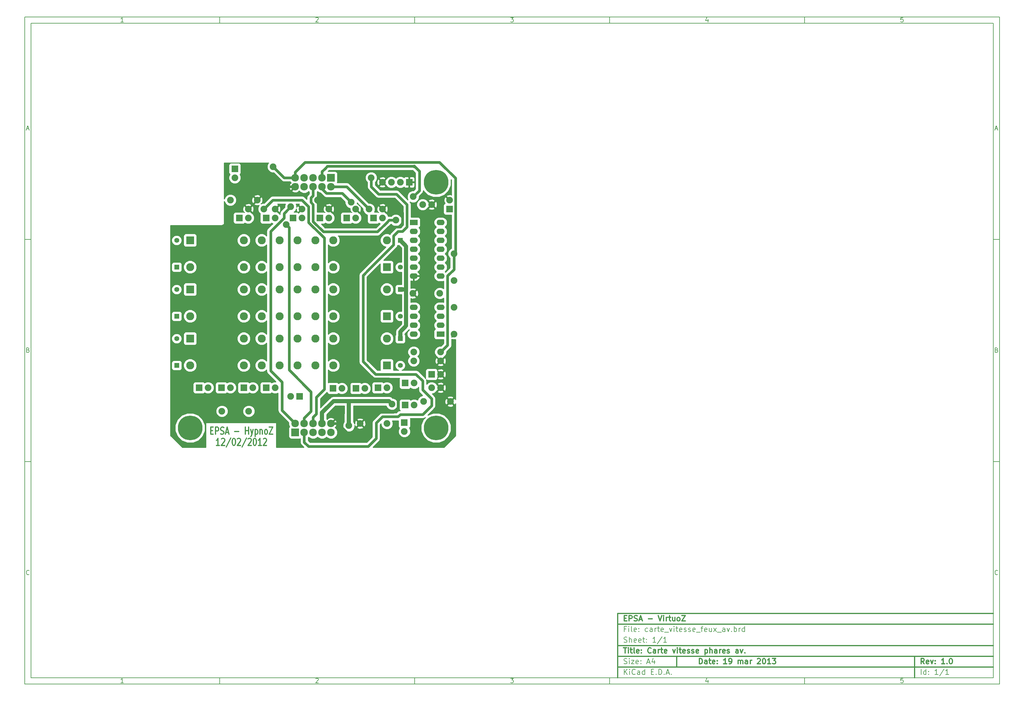
<source format=gtl>
G04 (created by PCBNEW-RS274X (2012-01-19 BZR 3256)-stable) date 19/03/2013 15:01:36*
G01*
G70*
G90*
%MOIN*%
G04 Gerber Fmt 3.4, Leading zero omitted, Abs format*
%FSLAX34Y34*%
G04 APERTURE LIST*
%ADD10C,0.006000*%
%ADD11C,0.012000*%
%ADD12C,0.075000*%
%ADD13R,0.075000X0.075000*%
%ADD14R,0.090000X0.062000*%
%ADD15O,0.090000X0.062000*%
%ADD16C,0.275600*%
%ADD17R,0.090000X0.090000*%
%ADD18C,0.090000*%
%ADD19R,0.055000X0.055000*%
%ADD20C,0.055000*%
%ADD21R,0.085000X0.085000*%
%ADD22C,0.085000*%
%ADD23C,0.045000*%
%ADD24C,0.030000*%
%ADD25C,0.010000*%
G04 APERTURE END LIST*
G54D10*
X04000Y-04000D02*
X113000Y-04000D01*
X113000Y-78670D01*
X04000Y-78670D01*
X04000Y-04000D01*
X04700Y-04700D02*
X112300Y-04700D01*
X112300Y-77970D01*
X04700Y-77970D01*
X04700Y-04700D01*
X25800Y-04000D02*
X25800Y-04700D01*
X15043Y-04552D02*
X14757Y-04552D01*
X14900Y-04552D02*
X14900Y-04052D01*
X14852Y-04124D01*
X14805Y-04171D01*
X14757Y-04195D01*
X25800Y-78670D02*
X25800Y-77970D01*
X15043Y-78522D02*
X14757Y-78522D01*
X14900Y-78522D02*
X14900Y-78022D01*
X14852Y-78094D01*
X14805Y-78141D01*
X14757Y-78165D01*
X47600Y-04000D02*
X47600Y-04700D01*
X36557Y-04100D02*
X36581Y-04076D01*
X36629Y-04052D01*
X36748Y-04052D01*
X36795Y-04076D01*
X36819Y-04100D01*
X36843Y-04148D01*
X36843Y-04195D01*
X36819Y-04267D01*
X36533Y-04552D01*
X36843Y-04552D01*
X47600Y-78670D02*
X47600Y-77970D01*
X36557Y-78070D02*
X36581Y-78046D01*
X36629Y-78022D01*
X36748Y-78022D01*
X36795Y-78046D01*
X36819Y-78070D01*
X36843Y-78118D01*
X36843Y-78165D01*
X36819Y-78237D01*
X36533Y-78522D01*
X36843Y-78522D01*
X69400Y-04000D02*
X69400Y-04700D01*
X58333Y-04052D02*
X58643Y-04052D01*
X58476Y-04243D01*
X58548Y-04243D01*
X58595Y-04267D01*
X58619Y-04290D01*
X58643Y-04338D01*
X58643Y-04457D01*
X58619Y-04505D01*
X58595Y-04529D01*
X58548Y-04552D01*
X58405Y-04552D01*
X58357Y-04529D01*
X58333Y-04505D01*
X69400Y-78670D02*
X69400Y-77970D01*
X58333Y-78022D02*
X58643Y-78022D01*
X58476Y-78213D01*
X58548Y-78213D01*
X58595Y-78237D01*
X58619Y-78260D01*
X58643Y-78308D01*
X58643Y-78427D01*
X58619Y-78475D01*
X58595Y-78499D01*
X58548Y-78522D01*
X58405Y-78522D01*
X58357Y-78499D01*
X58333Y-78475D01*
X91200Y-04000D02*
X91200Y-04700D01*
X80395Y-04219D02*
X80395Y-04552D01*
X80276Y-04029D02*
X80157Y-04386D01*
X80467Y-04386D01*
X91200Y-78670D02*
X91200Y-77970D01*
X80395Y-78189D02*
X80395Y-78522D01*
X80276Y-77999D02*
X80157Y-78356D01*
X80467Y-78356D01*
X102219Y-04052D02*
X101981Y-04052D01*
X101957Y-04290D01*
X101981Y-04267D01*
X102029Y-04243D01*
X102148Y-04243D01*
X102195Y-04267D01*
X102219Y-04290D01*
X102243Y-04338D01*
X102243Y-04457D01*
X102219Y-04505D01*
X102195Y-04529D01*
X102148Y-04552D01*
X102029Y-04552D01*
X101981Y-04529D01*
X101957Y-04505D01*
X102219Y-78022D02*
X101981Y-78022D01*
X101957Y-78260D01*
X101981Y-78237D01*
X102029Y-78213D01*
X102148Y-78213D01*
X102195Y-78237D01*
X102219Y-78260D01*
X102243Y-78308D01*
X102243Y-78427D01*
X102219Y-78475D01*
X102195Y-78499D01*
X102148Y-78522D01*
X102029Y-78522D01*
X101981Y-78499D01*
X101957Y-78475D01*
X04000Y-28890D02*
X04700Y-28890D01*
X04231Y-16510D02*
X04469Y-16510D01*
X04184Y-16652D02*
X04350Y-16152D01*
X04517Y-16652D01*
X113000Y-28890D02*
X112300Y-28890D01*
X112531Y-16510D02*
X112769Y-16510D01*
X112484Y-16652D02*
X112650Y-16152D01*
X112817Y-16652D01*
X04000Y-53780D02*
X04700Y-53780D01*
X04386Y-41280D02*
X04457Y-41304D01*
X04481Y-41328D01*
X04505Y-41376D01*
X04505Y-41447D01*
X04481Y-41495D01*
X04457Y-41519D01*
X04410Y-41542D01*
X04219Y-41542D01*
X04219Y-41042D01*
X04386Y-41042D01*
X04433Y-41066D01*
X04457Y-41090D01*
X04481Y-41138D01*
X04481Y-41185D01*
X04457Y-41233D01*
X04433Y-41257D01*
X04386Y-41280D01*
X04219Y-41280D01*
X113000Y-53780D02*
X112300Y-53780D01*
X112686Y-41280D02*
X112757Y-41304D01*
X112781Y-41328D01*
X112805Y-41376D01*
X112805Y-41447D01*
X112781Y-41495D01*
X112757Y-41519D01*
X112710Y-41542D01*
X112519Y-41542D01*
X112519Y-41042D01*
X112686Y-41042D01*
X112733Y-41066D01*
X112757Y-41090D01*
X112781Y-41138D01*
X112781Y-41185D01*
X112757Y-41233D01*
X112733Y-41257D01*
X112686Y-41280D01*
X112519Y-41280D01*
X04505Y-66385D02*
X04481Y-66409D01*
X04410Y-66432D01*
X04362Y-66432D01*
X04290Y-66409D01*
X04243Y-66361D01*
X04219Y-66313D01*
X04195Y-66218D01*
X04195Y-66147D01*
X04219Y-66051D01*
X04243Y-66004D01*
X04290Y-65956D01*
X04362Y-65932D01*
X04410Y-65932D01*
X04481Y-65956D01*
X04505Y-65980D01*
X112805Y-66385D02*
X112781Y-66409D01*
X112710Y-66432D01*
X112662Y-66432D01*
X112590Y-66409D01*
X112543Y-66361D01*
X112519Y-66313D01*
X112495Y-66218D01*
X112495Y-66147D01*
X112519Y-66051D01*
X112543Y-66004D01*
X112590Y-65956D01*
X112662Y-65932D01*
X112710Y-65932D01*
X112781Y-65956D01*
X112805Y-65980D01*
G54D11*
X79443Y-76413D02*
X79443Y-75813D01*
X79586Y-75813D01*
X79671Y-75841D01*
X79729Y-75899D01*
X79757Y-75956D01*
X79786Y-76070D01*
X79786Y-76156D01*
X79757Y-76270D01*
X79729Y-76327D01*
X79671Y-76384D01*
X79586Y-76413D01*
X79443Y-76413D01*
X80300Y-76413D02*
X80300Y-76099D01*
X80271Y-76041D01*
X80214Y-76013D01*
X80100Y-76013D01*
X80043Y-76041D01*
X80300Y-76384D02*
X80243Y-76413D01*
X80100Y-76413D01*
X80043Y-76384D01*
X80014Y-76327D01*
X80014Y-76270D01*
X80043Y-76213D01*
X80100Y-76184D01*
X80243Y-76184D01*
X80300Y-76156D01*
X80500Y-76013D02*
X80729Y-76013D01*
X80586Y-75813D02*
X80586Y-76327D01*
X80614Y-76384D01*
X80672Y-76413D01*
X80729Y-76413D01*
X81157Y-76384D02*
X81100Y-76413D01*
X80986Y-76413D01*
X80929Y-76384D01*
X80900Y-76327D01*
X80900Y-76099D01*
X80929Y-76041D01*
X80986Y-76013D01*
X81100Y-76013D01*
X81157Y-76041D01*
X81186Y-76099D01*
X81186Y-76156D01*
X80900Y-76213D01*
X81443Y-76356D02*
X81471Y-76384D01*
X81443Y-76413D01*
X81414Y-76384D01*
X81443Y-76356D01*
X81443Y-76413D01*
X81443Y-76041D02*
X81471Y-76070D01*
X81443Y-76099D01*
X81414Y-76070D01*
X81443Y-76041D01*
X81443Y-76099D01*
X82500Y-76413D02*
X82157Y-76413D01*
X82329Y-76413D02*
X82329Y-75813D01*
X82272Y-75899D01*
X82214Y-75956D01*
X82157Y-75984D01*
X82785Y-76413D02*
X82900Y-76413D01*
X82957Y-76384D01*
X82985Y-76356D01*
X83043Y-76270D01*
X83071Y-76156D01*
X83071Y-75927D01*
X83043Y-75870D01*
X83014Y-75841D01*
X82957Y-75813D01*
X82843Y-75813D01*
X82785Y-75841D01*
X82757Y-75870D01*
X82728Y-75927D01*
X82728Y-76070D01*
X82757Y-76127D01*
X82785Y-76156D01*
X82843Y-76184D01*
X82957Y-76184D01*
X83014Y-76156D01*
X83043Y-76127D01*
X83071Y-76070D01*
X83785Y-76413D02*
X83785Y-76013D01*
X83785Y-76070D02*
X83813Y-76041D01*
X83871Y-76013D01*
X83956Y-76013D01*
X84013Y-76041D01*
X84042Y-76099D01*
X84042Y-76413D01*
X84042Y-76099D02*
X84071Y-76041D01*
X84128Y-76013D01*
X84213Y-76013D01*
X84271Y-76041D01*
X84299Y-76099D01*
X84299Y-76413D01*
X84842Y-76413D02*
X84842Y-76099D01*
X84813Y-76041D01*
X84756Y-76013D01*
X84642Y-76013D01*
X84585Y-76041D01*
X84842Y-76384D02*
X84785Y-76413D01*
X84642Y-76413D01*
X84585Y-76384D01*
X84556Y-76327D01*
X84556Y-76270D01*
X84585Y-76213D01*
X84642Y-76184D01*
X84785Y-76184D01*
X84842Y-76156D01*
X85128Y-76413D02*
X85128Y-76013D01*
X85128Y-76127D02*
X85156Y-76070D01*
X85185Y-76041D01*
X85242Y-76013D01*
X85299Y-76013D01*
X85927Y-75870D02*
X85956Y-75841D01*
X86013Y-75813D01*
X86156Y-75813D01*
X86213Y-75841D01*
X86242Y-75870D01*
X86270Y-75927D01*
X86270Y-75984D01*
X86242Y-76070D01*
X85899Y-76413D01*
X86270Y-76413D01*
X86641Y-75813D02*
X86698Y-75813D01*
X86755Y-75841D01*
X86784Y-75870D01*
X86813Y-75927D01*
X86841Y-76041D01*
X86841Y-76184D01*
X86813Y-76299D01*
X86784Y-76356D01*
X86755Y-76384D01*
X86698Y-76413D01*
X86641Y-76413D01*
X86584Y-76384D01*
X86555Y-76356D01*
X86527Y-76299D01*
X86498Y-76184D01*
X86498Y-76041D01*
X86527Y-75927D01*
X86555Y-75870D01*
X86584Y-75841D01*
X86641Y-75813D01*
X87412Y-76413D02*
X87069Y-76413D01*
X87241Y-76413D02*
X87241Y-75813D01*
X87184Y-75899D01*
X87126Y-75956D01*
X87069Y-75984D01*
X87612Y-75813D02*
X87983Y-75813D01*
X87783Y-76041D01*
X87869Y-76041D01*
X87926Y-76070D01*
X87955Y-76099D01*
X87983Y-76156D01*
X87983Y-76299D01*
X87955Y-76356D01*
X87926Y-76384D01*
X87869Y-76413D01*
X87697Y-76413D01*
X87640Y-76384D01*
X87612Y-76356D01*
G54D10*
X71043Y-77613D02*
X71043Y-77013D01*
X71386Y-77613D02*
X71129Y-77270D01*
X71386Y-77013D02*
X71043Y-77356D01*
X71643Y-77613D02*
X71643Y-77213D01*
X71643Y-77013D02*
X71614Y-77041D01*
X71643Y-77070D01*
X71671Y-77041D01*
X71643Y-77013D01*
X71643Y-77070D01*
X72272Y-77556D02*
X72243Y-77584D01*
X72157Y-77613D01*
X72100Y-77613D01*
X72015Y-77584D01*
X71957Y-77527D01*
X71929Y-77470D01*
X71900Y-77356D01*
X71900Y-77270D01*
X71929Y-77156D01*
X71957Y-77099D01*
X72015Y-77041D01*
X72100Y-77013D01*
X72157Y-77013D01*
X72243Y-77041D01*
X72272Y-77070D01*
X72786Y-77613D02*
X72786Y-77299D01*
X72757Y-77241D01*
X72700Y-77213D01*
X72586Y-77213D01*
X72529Y-77241D01*
X72786Y-77584D02*
X72729Y-77613D01*
X72586Y-77613D01*
X72529Y-77584D01*
X72500Y-77527D01*
X72500Y-77470D01*
X72529Y-77413D01*
X72586Y-77384D01*
X72729Y-77384D01*
X72786Y-77356D01*
X73329Y-77613D02*
X73329Y-77013D01*
X73329Y-77584D02*
X73272Y-77613D01*
X73158Y-77613D01*
X73100Y-77584D01*
X73072Y-77556D01*
X73043Y-77499D01*
X73043Y-77327D01*
X73072Y-77270D01*
X73100Y-77241D01*
X73158Y-77213D01*
X73272Y-77213D01*
X73329Y-77241D01*
X74072Y-77299D02*
X74272Y-77299D01*
X74358Y-77613D02*
X74072Y-77613D01*
X74072Y-77013D01*
X74358Y-77013D01*
X74615Y-77556D02*
X74643Y-77584D01*
X74615Y-77613D01*
X74586Y-77584D01*
X74615Y-77556D01*
X74615Y-77613D01*
X74901Y-77613D02*
X74901Y-77013D01*
X75044Y-77013D01*
X75129Y-77041D01*
X75187Y-77099D01*
X75215Y-77156D01*
X75244Y-77270D01*
X75244Y-77356D01*
X75215Y-77470D01*
X75187Y-77527D01*
X75129Y-77584D01*
X75044Y-77613D01*
X74901Y-77613D01*
X75501Y-77556D02*
X75529Y-77584D01*
X75501Y-77613D01*
X75472Y-77584D01*
X75501Y-77556D01*
X75501Y-77613D01*
X75758Y-77441D02*
X76044Y-77441D01*
X75701Y-77613D02*
X75901Y-77013D01*
X76101Y-77613D01*
X76301Y-77556D02*
X76329Y-77584D01*
X76301Y-77613D01*
X76272Y-77584D01*
X76301Y-77556D01*
X76301Y-77613D01*
G54D11*
X104586Y-76413D02*
X104386Y-76127D01*
X104243Y-76413D02*
X104243Y-75813D01*
X104471Y-75813D01*
X104529Y-75841D01*
X104557Y-75870D01*
X104586Y-75927D01*
X104586Y-76013D01*
X104557Y-76070D01*
X104529Y-76099D01*
X104471Y-76127D01*
X104243Y-76127D01*
X105071Y-76384D02*
X105014Y-76413D01*
X104900Y-76413D01*
X104843Y-76384D01*
X104814Y-76327D01*
X104814Y-76099D01*
X104843Y-76041D01*
X104900Y-76013D01*
X105014Y-76013D01*
X105071Y-76041D01*
X105100Y-76099D01*
X105100Y-76156D01*
X104814Y-76213D01*
X105300Y-76013D02*
X105443Y-76413D01*
X105585Y-76013D01*
X105814Y-76356D02*
X105842Y-76384D01*
X105814Y-76413D01*
X105785Y-76384D01*
X105814Y-76356D01*
X105814Y-76413D01*
X105814Y-76041D02*
X105842Y-76070D01*
X105814Y-76099D01*
X105785Y-76070D01*
X105814Y-76041D01*
X105814Y-76099D01*
X106871Y-76413D02*
X106528Y-76413D01*
X106700Y-76413D02*
X106700Y-75813D01*
X106643Y-75899D01*
X106585Y-75956D01*
X106528Y-75984D01*
X107128Y-76356D02*
X107156Y-76384D01*
X107128Y-76413D01*
X107099Y-76384D01*
X107128Y-76356D01*
X107128Y-76413D01*
X107528Y-75813D02*
X107585Y-75813D01*
X107642Y-75841D01*
X107671Y-75870D01*
X107700Y-75927D01*
X107728Y-76041D01*
X107728Y-76184D01*
X107700Y-76299D01*
X107671Y-76356D01*
X107642Y-76384D01*
X107585Y-76413D01*
X107528Y-76413D01*
X107471Y-76384D01*
X107442Y-76356D01*
X107414Y-76299D01*
X107385Y-76184D01*
X107385Y-76041D01*
X107414Y-75927D01*
X107442Y-75870D01*
X107471Y-75841D01*
X107528Y-75813D01*
G54D10*
X71014Y-76384D02*
X71100Y-76413D01*
X71243Y-76413D01*
X71300Y-76384D01*
X71329Y-76356D01*
X71357Y-76299D01*
X71357Y-76241D01*
X71329Y-76184D01*
X71300Y-76156D01*
X71243Y-76127D01*
X71129Y-76099D01*
X71071Y-76070D01*
X71043Y-76041D01*
X71014Y-75984D01*
X71014Y-75927D01*
X71043Y-75870D01*
X71071Y-75841D01*
X71129Y-75813D01*
X71271Y-75813D01*
X71357Y-75841D01*
X71614Y-76413D02*
X71614Y-76013D01*
X71614Y-75813D02*
X71585Y-75841D01*
X71614Y-75870D01*
X71642Y-75841D01*
X71614Y-75813D01*
X71614Y-75870D01*
X71843Y-76013D02*
X72157Y-76013D01*
X71843Y-76413D01*
X72157Y-76413D01*
X72614Y-76384D02*
X72557Y-76413D01*
X72443Y-76413D01*
X72386Y-76384D01*
X72357Y-76327D01*
X72357Y-76099D01*
X72386Y-76041D01*
X72443Y-76013D01*
X72557Y-76013D01*
X72614Y-76041D01*
X72643Y-76099D01*
X72643Y-76156D01*
X72357Y-76213D01*
X72900Y-76356D02*
X72928Y-76384D01*
X72900Y-76413D01*
X72871Y-76384D01*
X72900Y-76356D01*
X72900Y-76413D01*
X72900Y-76041D02*
X72928Y-76070D01*
X72900Y-76099D01*
X72871Y-76070D01*
X72900Y-76041D01*
X72900Y-76099D01*
X73614Y-76241D02*
X73900Y-76241D01*
X73557Y-76413D02*
X73757Y-75813D01*
X73957Y-76413D01*
X74414Y-76013D02*
X74414Y-76413D01*
X74271Y-75784D02*
X74128Y-76213D01*
X74500Y-76213D01*
X104243Y-77613D02*
X104243Y-77013D01*
X104786Y-77613D02*
X104786Y-77013D01*
X104786Y-77584D02*
X104729Y-77613D01*
X104615Y-77613D01*
X104557Y-77584D01*
X104529Y-77556D01*
X104500Y-77499D01*
X104500Y-77327D01*
X104529Y-77270D01*
X104557Y-77241D01*
X104615Y-77213D01*
X104729Y-77213D01*
X104786Y-77241D01*
X105072Y-77556D02*
X105100Y-77584D01*
X105072Y-77613D01*
X105043Y-77584D01*
X105072Y-77556D01*
X105072Y-77613D01*
X105072Y-77241D02*
X105100Y-77270D01*
X105072Y-77299D01*
X105043Y-77270D01*
X105072Y-77241D01*
X105072Y-77299D01*
X106129Y-77613D02*
X105786Y-77613D01*
X105958Y-77613D02*
X105958Y-77013D01*
X105901Y-77099D01*
X105843Y-77156D01*
X105786Y-77184D01*
X106814Y-76984D02*
X106300Y-77756D01*
X107329Y-77613D02*
X106986Y-77613D01*
X107158Y-77613D02*
X107158Y-77013D01*
X107101Y-77099D01*
X107043Y-77156D01*
X106986Y-77184D01*
G54D11*
X70957Y-74613D02*
X71300Y-74613D01*
X71129Y-75213D02*
X71129Y-74613D01*
X71500Y-75213D02*
X71500Y-74813D01*
X71500Y-74613D02*
X71471Y-74641D01*
X71500Y-74670D01*
X71528Y-74641D01*
X71500Y-74613D01*
X71500Y-74670D01*
X71700Y-74813D02*
X71929Y-74813D01*
X71786Y-74613D02*
X71786Y-75127D01*
X71814Y-75184D01*
X71872Y-75213D01*
X71929Y-75213D01*
X72215Y-75213D02*
X72157Y-75184D01*
X72129Y-75127D01*
X72129Y-74613D01*
X72671Y-75184D02*
X72614Y-75213D01*
X72500Y-75213D01*
X72443Y-75184D01*
X72414Y-75127D01*
X72414Y-74899D01*
X72443Y-74841D01*
X72500Y-74813D01*
X72614Y-74813D01*
X72671Y-74841D01*
X72700Y-74899D01*
X72700Y-74956D01*
X72414Y-75013D01*
X72957Y-75156D02*
X72985Y-75184D01*
X72957Y-75213D01*
X72928Y-75184D01*
X72957Y-75156D01*
X72957Y-75213D01*
X72957Y-74841D02*
X72985Y-74870D01*
X72957Y-74899D01*
X72928Y-74870D01*
X72957Y-74841D01*
X72957Y-74899D01*
X74043Y-75156D02*
X74014Y-75184D01*
X73928Y-75213D01*
X73871Y-75213D01*
X73786Y-75184D01*
X73728Y-75127D01*
X73700Y-75070D01*
X73671Y-74956D01*
X73671Y-74870D01*
X73700Y-74756D01*
X73728Y-74699D01*
X73786Y-74641D01*
X73871Y-74613D01*
X73928Y-74613D01*
X74014Y-74641D01*
X74043Y-74670D01*
X74557Y-75213D02*
X74557Y-74899D01*
X74528Y-74841D01*
X74471Y-74813D01*
X74357Y-74813D01*
X74300Y-74841D01*
X74557Y-75184D02*
X74500Y-75213D01*
X74357Y-75213D01*
X74300Y-75184D01*
X74271Y-75127D01*
X74271Y-75070D01*
X74300Y-75013D01*
X74357Y-74984D01*
X74500Y-74984D01*
X74557Y-74956D01*
X74843Y-75213D02*
X74843Y-74813D01*
X74843Y-74927D02*
X74871Y-74870D01*
X74900Y-74841D01*
X74957Y-74813D01*
X75014Y-74813D01*
X75128Y-74813D02*
X75357Y-74813D01*
X75214Y-74613D02*
X75214Y-75127D01*
X75242Y-75184D01*
X75300Y-75213D01*
X75357Y-75213D01*
X75785Y-75184D02*
X75728Y-75213D01*
X75614Y-75213D01*
X75557Y-75184D01*
X75528Y-75127D01*
X75528Y-74899D01*
X75557Y-74841D01*
X75614Y-74813D01*
X75728Y-74813D01*
X75785Y-74841D01*
X75814Y-74899D01*
X75814Y-74956D01*
X75528Y-75013D01*
X76471Y-74813D02*
X76614Y-75213D01*
X76756Y-74813D01*
X76985Y-75213D02*
X76985Y-74813D01*
X76985Y-74613D02*
X76956Y-74641D01*
X76985Y-74670D01*
X77013Y-74641D01*
X76985Y-74613D01*
X76985Y-74670D01*
X77185Y-74813D02*
X77414Y-74813D01*
X77271Y-74613D02*
X77271Y-75127D01*
X77299Y-75184D01*
X77357Y-75213D01*
X77414Y-75213D01*
X77842Y-75184D02*
X77785Y-75213D01*
X77671Y-75213D01*
X77614Y-75184D01*
X77585Y-75127D01*
X77585Y-74899D01*
X77614Y-74841D01*
X77671Y-74813D01*
X77785Y-74813D01*
X77842Y-74841D01*
X77871Y-74899D01*
X77871Y-74956D01*
X77585Y-75013D01*
X78099Y-75184D02*
X78156Y-75213D01*
X78271Y-75213D01*
X78328Y-75184D01*
X78356Y-75127D01*
X78356Y-75099D01*
X78328Y-75041D01*
X78271Y-75013D01*
X78185Y-75013D01*
X78128Y-74984D01*
X78099Y-74927D01*
X78099Y-74899D01*
X78128Y-74841D01*
X78185Y-74813D01*
X78271Y-74813D01*
X78328Y-74841D01*
X78585Y-75184D02*
X78642Y-75213D01*
X78757Y-75213D01*
X78814Y-75184D01*
X78842Y-75127D01*
X78842Y-75099D01*
X78814Y-75041D01*
X78757Y-75013D01*
X78671Y-75013D01*
X78614Y-74984D01*
X78585Y-74927D01*
X78585Y-74899D01*
X78614Y-74841D01*
X78671Y-74813D01*
X78757Y-74813D01*
X78814Y-74841D01*
X79328Y-75184D02*
X79271Y-75213D01*
X79157Y-75213D01*
X79100Y-75184D01*
X79071Y-75127D01*
X79071Y-74899D01*
X79100Y-74841D01*
X79157Y-74813D01*
X79271Y-74813D01*
X79328Y-74841D01*
X79357Y-74899D01*
X79357Y-74956D01*
X79071Y-75013D01*
X80071Y-74813D02*
X80071Y-75413D01*
X80071Y-74841D02*
X80128Y-74813D01*
X80242Y-74813D01*
X80299Y-74841D01*
X80328Y-74870D01*
X80357Y-74927D01*
X80357Y-75099D01*
X80328Y-75156D01*
X80299Y-75184D01*
X80242Y-75213D01*
X80128Y-75213D01*
X80071Y-75184D01*
X80614Y-75213D02*
X80614Y-74613D01*
X80871Y-75213D02*
X80871Y-74899D01*
X80842Y-74841D01*
X80785Y-74813D01*
X80700Y-74813D01*
X80642Y-74841D01*
X80614Y-74870D01*
X81414Y-75213D02*
X81414Y-74899D01*
X81385Y-74841D01*
X81328Y-74813D01*
X81214Y-74813D01*
X81157Y-74841D01*
X81414Y-75184D02*
X81357Y-75213D01*
X81214Y-75213D01*
X81157Y-75184D01*
X81128Y-75127D01*
X81128Y-75070D01*
X81157Y-75013D01*
X81214Y-74984D01*
X81357Y-74984D01*
X81414Y-74956D01*
X81700Y-75213D02*
X81700Y-74813D01*
X81700Y-74927D02*
X81728Y-74870D01*
X81757Y-74841D01*
X81814Y-74813D01*
X81871Y-74813D01*
X82299Y-75184D02*
X82242Y-75213D01*
X82128Y-75213D01*
X82071Y-75184D01*
X82042Y-75127D01*
X82042Y-74899D01*
X82071Y-74841D01*
X82128Y-74813D01*
X82242Y-74813D01*
X82299Y-74841D01*
X82328Y-74899D01*
X82328Y-74956D01*
X82042Y-75013D01*
X82556Y-75184D02*
X82613Y-75213D01*
X82728Y-75213D01*
X82785Y-75184D01*
X82813Y-75127D01*
X82813Y-75099D01*
X82785Y-75041D01*
X82728Y-75013D01*
X82642Y-75013D01*
X82585Y-74984D01*
X82556Y-74927D01*
X82556Y-74899D01*
X82585Y-74841D01*
X82642Y-74813D01*
X82728Y-74813D01*
X82785Y-74841D01*
X83785Y-75213D02*
X83785Y-74899D01*
X83756Y-74841D01*
X83699Y-74813D01*
X83585Y-74813D01*
X83528Y-74841D01*
X83785Y-75184D02*
X83728Y-75213D01*
X83585Y-75213D01*
X83528Y-75184D01*
X83499Y-75127D01*
X83499Y-75070D01*
X83528Y-75013D01*
X83585Y-74984D01*
X83728Y-74984D01*
X83785Y-74956D01*
X84014Y-74813D02*
X84157Y-75213D01*
X84299Y-74813D01*
X84528Y-75156D02*
X84556Y-75184D01*
X84528Y-75213D01*
X84499Y-75184D01*
X84528Y-75156D01*
X84528Y-75213D01*
G54D10*
X71243Y-72499D02*
X71043Y-72499D01*
X71043Y-72813D02*
X71043Y-72213D01*
X71329Y-72213D01*
X71557Y-72813D02*
X71557Y-72413D01*
X71557Y-72213D02*
X71528Y-72241D01*
X71557Y-72270D01*
X71585Y-72241D01*
X71557Y-72213D01*
X71557Y-72270D01*
X71929Y-72813D02*
X71871Y-72784D01*
X71843Y-72727D01*
X71843Y-72213D01*
X72385Y-72784D02*
X72328Y-72813D01*
X72214Y-72813D01*
X72157Y-72784D01*
X72128Y-72727D01*
X72128Y-72499D01*
X72157Y-72441D01*
X72214Y-72413D01*
X72328Y-72413D01*
X72385Y-72441D01*
X72414Y-72499D01*
X72414Y-72556D01*
X72128Y-72613D01*
X72671Y-72756D02*
X72699Y-72784D01*
X72671Y-72813D01*
X72642Y-72784D01*
X72671Y-72756D01*
X72671Y-72813D01*
X72671Y-72441D02*
X72699Y-72470D01*
X72671Y-72499D01*
X72642Y-72470D01*
X72671Y-72441D01*
X72671Y-72499D01*
X73671Y-72784D02*
X73614Y-72813D01*
X73500Y-72813D01*
X73442Y-72784D01*
X73414Y-72756D01*
X73385Y-72699D01*
X73385Y-72527D01*
X73414Y-72470D01*
X73442Y-72441D01*
X73500Y-72413D01*
X73614Y-72413D01*
X73671Y-72441D01*
X74185Y-72813D02*
X74185Y-72499D01*
X74156Y-72441D01*
X74099Y-72413D01*
X73985Y-72413D01*
X73928Y-72441D01*
X74185Y-72784D02*
X74128Y-72813D01*
X73985Y-72813D01*
X73928Y-72784D01*
X73899Y-72727D01*
X73899Y-72670D01*
X73928Y-72613D01*
X73985Y-72584D01*
X74128Y-72584D01*
X74185Y-72556D01*
X74471Y-72813D02*
X74471Y-72413D01*
X74471Y-72527D02*
X74499Y-72470D01*
X74528Y-72441D01*
X74585Y-72413D01*
X74642Y-72413D01*
X74756Y-72413D02*
X74985Y-72413D01*
X74842Y-72213D02*
X74842Y-72727D01*
X74870Y-72784D01*
X74928Y-72813D01*
X74985Y-72813D01*
X75413Y-72784D02*
X75356Y-72813D01*
X75242Y-72813D01*
X75185Y-72784D01*
X75156Y-72727D01*
X75156Y-72499D01*
X75185Y-72441D01*
X75242Y-72413D01*
X75356Y-72413D01*
X75413Y-72441D01*
X75442Y-72499D01*
X75442Y-72556D01*
X75156Y-72613D01*
X75556Y-72870D02*
X76013Y-72870D01*
X76099Y-72413D02*
X76242Y-72813D01*
X76384Y-72413D01*
X76613Y-72813D02*
X76613Y-72413D01*
X76613Y-72213D02*
X76584Y-72241D01*
X76613Y-72270D01*
X76641Y-72241D01*
X76613Y-72213D01*
X76613Y-72270D01*
X76813Y-72413D02*
X77042Y-72413D01*
X76899Y-72213D02*
X76899Y-72727D01*
X76927Y-72784D01*
X76985Y-72813D01*
X77042Y-72813D01*
X77470Y-72784D02*
X77413Y-72813D01*
X77299Y-72813D01*
X77242Y-72784D01*
X77213Y-72727D01*
X77213Y-72499D01*
X77242Y-72441D01*
X77299Y-72413D01*
X77413Y-72413D01*
X77470Y-72441D01*
X77499Y-72499D01*
X77499Y-72556D01*
X77213Y-72613D01*
X77727Y-72784D02*
X77784Y-72813D01*
X77899Y-72813D01*
X77956Y-72784D01*
X77984Y-72727D01*
X77984Y-72699D01*
X77956Y-72641D01*
X77899Y-72613D01*
X77813Y-72613D01*
X77756Y-72584D01*
X77727Y-72527D01*
X77727Y-72499D01*
X77756Y-72441D01*
X77813Y-72413D01*
X77899Y-72413D01*
X77956Y-72441D01*
X78213Y-72784D02*
X78270Y-72813D01*
X78385Y-72813D01*
X78442Y-72784D01*
X78470Y-72727D01*
X78470Y-72699D01*
X78442Y-72641D01*
X78385Y-72613D01*
X78299Y-72613D01*
X78242Y-72584D01*
X78213Y-72527D01*
X78213Y-72499D01*
X78242Y-72441D01*
X78299Y-72413D01*
X78385Y-72413D01*
X78442Y-72441D01*
X78956Y-72784D02*
X78899Y-72813D01*
X78785Y-72813D01*
X78728Y-72784D01*
X78699Y-72727D01*
X78699Y-72499D01*
X78728Y-72441D01*
X78785Y-72413D01*
X78899Y-72413D01*
X78956Y-72441D01*
X78985Y-72499D01*
X78985Y-72556D01*
X78699Y-72613D01*
X79099Y-72870D02*
X79556Y-72870D01*
X79613Y-72413D02*
X79842Y-72413D01*
X79699Y-72813D02*
X79699Y-72299D01*
X79727Y-72241D01*
X79785Y-72213D01*
X79842Y-72213D01*
X80270Y-72784D02*
X80213Y-72813D01*
X80099Y-72813D01*
X80042Y-72784D01*
X80013Y-72727D01*
X80013Y-72499D01*
X80042Y-72441D01*
X80099Y-72413D01*
X80213Y-72413D01*
X80270Y-72441D01*
X80299Y-72499D01*
X80299Y-72556D01*
X80013Y-72613D01*
X80813Y-72413D02*
X80813Y-72813D01*
X80556Y-72413D02*
X80556Y-72727D01*
X80584Y-72784D01*
X80642Y-72813D01*
X80727Y-72813D01*
X80784Y-72784D01*
X80813Y-72756D01*
X81042Y-72813D02*
X81356Y-72413D01*
X81042Y-72413D02*
X81356Y-72813D01*
X81442Y-72870D02*
X81899Y-72870D01*
X82299Y-72813D02*
X82299Y-72499D01*
X82270Y-72441D01*
X82213Y-72413D01*
X82099Y-72413D01*
X82042Y-72441D01*
X82299Y-72784D02*
X82242Y-72813D01*
X82099Y-72813D01*
X82042Y-72784D01*
X82013Y-72727D01*
X82013Y-72670D01*
X82042Y-72613D01*
X82099Y-72584D01*
X82242Y-72584D01*
X82299Y-72556D01*
X82528Y-72413D02*
X82671Y-72813D01*
X82813Y-72413D01*
X83042Y-72756D02*
X83070Y-72784D01*
X83042Y-72813D01*
X83013Y-72784D01*
X83042Y-72756D01*
X83042Y-72813D01*
X83328Y-72813D02*
X83328Y-72213D01*
X83328Y-72441D02*
X83385Y-72413D01*
X83499Y-72413D01*
X83556Y-72441D01*
X83585Y-72470D01*
X83614Y-72527D01*
X83614Y-72699D01*
X83585Y-72756D01*
X83556Y-72784D01*
X83499Y-72813D01*
X83385Y-72813D01*
X83328Y-72784D01*
X83871Y-72813D02*
X83871Y-72413D01*
X83871Y-72527D02*
X83899Y-72470D01*
X83928Y-72441D01*
X83985Y-72413D01*
X84042Y-72413D01*
X84499Y-72813D02*
X84499Y-72213D01*
X84499Y-72784D02*
X84442Y-72813D01*
X84328Y-72813D01*
X84270Y-72784D01*
X84242Y-72756D01*
X84213Y-72699D01*
X84213Y-72527D01*
X84242Y-72470D01*
X84270Y-72441D01*
X84328Y-72413D01*
X84442Y-72413D01*
X84499Y-72441D01*
X71014Y-73984D02*
X71100Y-74013D01*
X71243Y-74013D01*
X71300Y-73984D01*
X71329Y-73956D01*
X71357Y-73899D01*
X71357Y-73841D01*
X71329Y-73784D01*
X71300Y-73756D01*
X71243Y-73727D01*
X71129Y-73699D01*
X71071Y-73670D01*
X71043Y-73641D01*
X71014Y-73584D01*
X71014Y-73527D01*
X71043Y-73470D01*
X71071Y-73441D01*
X71129Y-73413D01*
X71271Y-73413D01*
X71357Y-73441D01*
X71614Y-74013D02*
X71614Y-73413D01*
X71871Y-74013D02*
X71871Y-73699D01*
X71842Y-73641D01*
X71785Y-73613D01*
X71700Y-73613D01*
X71642Y-73641D01*
X71614Y-73670D01*
X72385Y-73984D02*
X72328Y-74013D01*
X72214Y-74013D01*
X72157Y-73984D01*
X72128Y-73927D01*
X72128Y-73699D01*
X72157Y-73641D01*
X72214Y-73613D01*
X72328Y-73613D01*
X72385Y-73641D01*
X72414Y-73699D01*
X72414Y-73756D01*
X72128Y-73813D01*
X72899Y-73984D02*
X72842Y-74013D01*
X72728Y-74013D01*
X72671Y-73984D01*
X72642Y-73927D01*
X72642Y-73699D01*
X72671Y-73641D01*
X72728Y-73613D01*
X72842Y-73613D01*
X72899Y-73641D01*
X72928Y-73699D01*
X72928Y-73756D01*
X72642Y-73813D01*
X73099Y-73613D02*
X73328Y-73613D01*
X73185Y-73413D02*
X73185Y-73927D01*
X73213Y-73984D01*
X73271Y-74013D01*
X73328Y-74013D01*
X73528Y-73956D02*
X73556Y-73984D01*
X73528Y-74013D01*
X73499Y-73984D01*
X73528Y-73956D01*
X73528Y-74013D01*
X73528Y-73641D02*
X73556Y-73670D01*
X73528Y-73699D01*
X73499Y-73670D01*
X73528Y-73641D01*
X73528Y-73699D01*
X74585Y-74013D02*
X74242Y-74013D01*
X74414Y-74013D02*
X74414Y-73413D01*
X74357Y-73499D01*
X74299Y-73556D01*
X74242Y-73584D01*
X75270Y-73384D02*
X74756Y-74156D01*
X75785Y-74013D02*
X75442Y-74013D01*
X75614Y-74013D02*
X75614Y-73413D01*
X75557Y-73499D01*
X75499Y-73556D01*
X75442Y-73584D01*
G54D11*
X71043Y-71299D02*
X71243Y-71299D01*
X71329Y-71613D02*
X71043Y-71613D01*
X71043Y-71013D01*
X71329Y-71013D01*
X71586Y-71613D02*
X71586Y-71013D01*
X71814Y-71013D01*
X71872Y-71041D01*
X71900Y-71070D01*
X71929Y-71127D01*
X71929Y-71213D01*
X71900Y-71270D01*
X71872Y-71299D01*
X71814Y-71327D01*
X71586Y-71327D01*
X72157Y-71584D02*
X72243Y-71613D01*
X72386Y-71613D01*
X72443Y-71584D01*
X72472Y-71556D01*
X72500Y-71499D01*
X72500Y-71441D01*
X72472Y-71384D01*
X72443Y-71356D01*
X72386Y-71327D01*
X72272Y-71299D01*
X72214Y-71270D01*
X72186Y-71241D01*
X72157Y-71184D01*
X72157Y-71127D01*
X72186Y-71070D01*
X72214Y-71041D01*
X72272Y-71013D01*
X72414Y-71013D01*
X72500Y-71041D01*
X72728Y-71441D02*
X73014Y-71441D01*
X72671Y-71613D02*
X72871Y-71013D01*
X73071Y-71613D01*
X73728Y-71384D02*
X74185Y-71384D01*
X74842Y-71013D02*
X75042Y-71613D01*
X75242Y-71013D01*
X75442Y-71613D02*
X75442Y-71213D01*
X75442Y-71013D02*
X75413Y-71041D01*
X75442Y-71070D01*
X75470Y-71041D01*
X75442Y-71013D01*
X75442Y-71070D01*
X75728Y-71613D02*
X75728Y-71213D01*
X75728Y-71327D02*
X75756Y-71270D01*
X75785Y-71241D01*
X75842Y-71213D01*
X75899Y-71213D01*
X76013Y-71213D02*
X76242Y-71213D01*
X76099Y-71013D02*
X76099Y-71527D01*
X76127Y-71584D01*
X76185Y-71613D01*
X76242Y-71613D01*
X76699Y-71213D02*
X76699Y-71613D01*
X76442Y-71213D02*
X76442Y-71527D01*
X76470Y-71584D01*
X76528Y-71613D01*
X76613Y-71613D01*
X76670Y-71584D01*
X76699Y-71556D01*
X77071Y-71613D02*
X77013Y-71584D01*
X76985Y-71556D01*
X76956Y-71499D01*
X76956Y-71327D01*
X76985Y-71270D01*
X77013Y-71241D01*
X77071Y-71213D01*
X77156Y-71213D01*
X77213Y-71241D01*
X77242Y-71270D01*
X77271Y-71327D01*
X77271Y-71499D01*
X77242Y-71556D01*
X77213Y-71584D01*
X77156Y-71613D01*
X77071Y-71613D01*
X77471Y-71013D02*
X77871Y-71013D01*
X77471Y-71613D01*
X77871Y-71613D01*
X70300Y-70770D02*
X70300Y-77970D01*
X70300Y-71970D02*
X112300Y-71970D01*
X70300Y-70770D02*
X112300Y-70770D01*
X70300Y-74370D02*
X112300Y-74370D01*
X103500Y-75570D02*
X103500Y-77970D01*
X70300Y-76770D02*
X112300Y-76770D01*
X70300Y-75570D02*
X112300Y-75570D01*
X76900Y-75570D02*
X76900Y-76770D01*
X24806Y-50299D02*
X25006Y-50299D01*
X25092Y-50718D02*
X24806Y-50718D01*
X24806Y-49918D01*
X25092Y-49918D01*
X25349Y-50718D02*
X25349Y-49918D01*
X25577Y-49918D01*
X25635Y-49956D01*
X25663Y-49994D01*
X25692Y-50070D01*
X25692Y-50184D01*
X25663Y-50261D01*
X25635Y-50299D01*
X25577Y-50337D01*
X25349Y-50337D01*
X25920Y-50680D02*
X26006Y-50718D01*
X26149Y-50718D01*
X26206Y-50680D01*
X26235Y-50642D01*
X26263Y-50565D01*
X26263Y-50489D01*
X26235Y-50413D01*
X26206Y-50375D01*
X26149Y-50337D01*
X26035Y-50299D01*
X25977Y-50261D01*
X25949Y-50223D01*
X25920Y-50146D01*
X25920Y-50070D01*
X25949Y-49994D01*
X25977Y-49956D01*
X26035Y-49918D01*
X26177Y-49918D01*
X26263Y-49956D01*
X26491Y-50489D02*
X26777Y-50489D01*
X26434Y-50718D02*
X26634Y-49918D01*
X26834Y-50718D01*
X27491Y-50413D02*
X27948Y-50413D01*
X28691Y-50718D02*
X28691Y-49918D01*
X28691Y-50299D02*
X29034Y-50299D01*
X29034Y-50718D02*
X29034Y-49918D01*
X29263Y-50184D02*
X29406Y-50718D01*
X29548Y-50184D02*
X29406Y-50718D01*
X29348Y-50908D01*
X29320Y-50946D01*
X29263Y-50984D01*
X29777Y-50184D02*
X29777Y-50984D01*
X29777Y-50223D02*
X29834Y-50184D01*
X29948Y-50184D01*
X30005Y-50223D01*
X30034Y-50261D01*
X30063Y-50337D01*
X30063Y-50565D01*
X30034Y-50642D01*
X30005Y-50680D01*
X29948Y-50718D01*
X29834Y-50718D01*
X29777Y-50680D01*
X30320Y-50184D02*
X30320Y-50718D01*
X30320Y-50261D02*
X30348Y-50223D01*
X30406Y-50184D01*
X30491Y-50184D01*
X30548Y-50223D01*
X30577Y-50299D01*
X30577Y-50718D01*
X30949Y-50718D02*
X30891Y-50680D01*
X30863Y-50642D01*
X30834Y-50565D01*
X30834Y-50337D01*
X30863Y-50261D01*
X30891Y-50223D01*
X30949Y-50184D01*
X31034Y-50184D01*
X31091Y-50223D01*
X31120Y-50261D01*
X31149Y-50337D01*
X31149Y-50565D01*
X31120Y-50642D01*
X31091Y-50680D01*
X31034Y-50718D01*
X30949Y-50718D01*
X31349Y-49918D02*
X31749Y-49918D01*
X31349Y-50718D01*
X31749Y-50718D01*
X25792Y-51958D02*
X25449Y-51958D01*
X25621Y-51958D02*
X25621Y-51158D01*
X25564Y-51272D01*
X25506Y-51348D01*
X25449Y-51386D01*
X26020Y-51234D02*
X26049Y-51196D01*
X26106Y-51158D01*
X26249Y-51158D01*
X26306Y-51196D01*
X26335Y-51234D01*
X26363Y-51310D01*
X26363Y-51386D01*
X26335Y-51501D01*
X25992Y-51958D01*
X26363Y-51958D01*
X27048Y-51120D02*
X26534Y-52148D01*
X27363Y-51158D02*
X27420Y-51158D01*
X27477Y-51196D01*
X27506Y-51234D01*
X27535Y-51310D01*
X27563Y-51463D01*
X27563Y-51653D01*
X27535Y-51805D01*
X27506Y-51882D01*
X27477Y-51920D01*
X27420Y-51958D01*
X27363Y-51958D01*
X27306Y-51920D01*
X27277Y-51882D01*
X27249Y-51805D01*
X27220Y-51653D01*
X27220Y-51463D01*
X27249Y-51310D01*
X27277Y-51234D01*
X27306Y-51196D01*
X27363Y-51158D01*
X27791Y-51234D02*
X27820Y-51196D01*
X27877Y-51158D01*
X28020Y-51158D01*
X28077Y-51196D01*
X28106Y-51234D01*
X28134Y-51310D01*
X28134Y-51386D01*
X28106Y-51501D01*
X27763Y-51958D01*
X28134Y-51958D01*
X28819Y-51120D02*
X28305Y-52148D01*
X28991Y-51234D02*
X29020Y-51196D01*
X29077Y-51158D01*
X29220Y-51158D01*
X29277Y-51196D01*
X29306Y-51234D01*
X29334Y-51310D01*
X29334Y-51386D01*
X29306Y-51501D01*
X28963Y-51958D01*
X29334Y-51958D01*
X29705Y-51158D02*
X29762Y-51158D01*
X29819Y-51196D01*
X29848Y-51234D01*
X29877Y-51310D01*
X29905Y-51463D01*
X29905Y-51653D01*
X29877Y-51805D01*
X29848Y-51882D01*
X29819Y-51920D01*
X29762Y-51958D01*
X29705Y-51958D01*
X29648Y-51920D01*
X29619Y-51882D01*
X29591Y-51805D01*
X29562Y-51653D01*
X29562Y-51463D01*
X29591Y-51310D01*
X29619Y-51234D01*
X29648Y-51196D01*
X29705Y-51158D01*
X30476Y-51958D02*
X30133Y-51958D01*
X30305Y-51958D02*
X30305Y-51158D01*
X30248Y-51272D01*
X30190Y-51348D01*
X30133Y-51386D01*
X30704Y-51234D02*
X30733Y-51196D01*
X30790Y-51158D01*
X30933Y-51158D01*
X30990Y-51196D01*
X31019Y-51234D01*
X31047Y-51310D01*
X31047Y-51386D01*
X31019Y-51501D01*
X30676Y-51958D01*
X31047Y-51958D01*
G54D12*
X48500Y-25000D03*
X49500Y-25000D03*
X49500Y-45500D03*
X50500Y-45500D03*
G54D13*
X49500Y-44000D03*
G54D12*
X50500Y-44000D03*
G54D13*
X51500Y-25500D03*
G54D12*
X51500Y-24500D03*
G54D14*
X47500Y-27000D03*
G54D15*
X47500Y-28000D03*
X47500Y-29000D03*
X47500Y-30000D03*
X47500Y-31000D03*
X47500Y-32000D03*
X47500Y-33000D03*
X50500Y-33000D03*
X50500Y-32000D03*
X50500Y-31000D03*
X50500Y-30000D03*
X50500Y-29000D03*
X50500Y-28000D03*
X50500Y-27000D03*
G54D14*
X50500Y-39500D03*
G54D15*
X50500Y-38500D03*
X50500Y-37500D03*
X50500Y-36500D03*
X47500Y-36500D03*
X47500Y-37500D03*
X47500Y-38500D03*
X47500Y-39500D03*
G54D13*
X38476Y-45571D03*
G54D12*
X39476Y-45571D03*
G54D13*
X46547Y-47441D03*
G54D12*
X47547Y-47441D03*
G54D13*
X26000Y-45500D03*
G54D12*
X27000Y-45500D03*
G54D13*
X46547Y-44980D03*
G54D12*
X47547Y-44980D03*
G54D13*
X41035Y-45571D03*
G54D12*
X42035Y-45571D03*
G54D13*
X23500Y-45500D03*
G54D12*
X24500Y-45500D03*
G54D13*
X43500Y-45500D03*
G54D12*
X44500Y-45500D03*
G54D13*
X28500Y-45500D03*
G54D12*
X29500Y-45500D03*
G54D13*
X31000Y-45500D03*
G54D12*
X32000Y-45500D03*
X44000Y-22500D03*
X45000Y-22500D03*
G54D13*
X47000Y-22500D03*
G54D12*
X46000Y-22500D03*
G54D13*
X46457Y-49402D03*
G54D12*
X46457Y-50402D03*
G54D13*
X27500Y-21000D03*
G54D12*
X27500Y-22000D03*
X48598Y-47047D03*
X51598Y-47047D03*
X52000Y-30500D03*
X52000Y-33500D03*
X50417Y-34941D03*
X47417Y-34941D03*
X41512Y-49508D03*
X44512Y-49508D03*
X30000Y-24500D03*
X27000Y-24500D03*
X50500Y-41500D03*
X47500Y-41500D03*
X47500Y-42500D03*
X50500Y-42500D03*
X52000Y-36500D03*
X52000Y-39500D03*
G54D13*
X34752Y-46457D03*
G54D12*
X33752Y-46457D03*
X26059Y-48130D03*
X29059Y-48130D03*
G54D13*
X37000Y-26500D03*
G54D12*
X38000Y-26500D03*
X38000Y-25500D03*
G54D13*
X31000Y-26500D03*
G54D12*
X32000Y-26500D03*
X32000Y-25500D03*
G54D13*
X40000Y-26500D03*
G54D12*
X41000Y-26500D03*
X41000Y-25500D03*
G54D13*
X34000Y-26500D03*
G54D12*
X35000Y-26500D03*
X35000Y-25500D03*
G54D13*
X43000Y-26500D03*
G54D12*
X44000Y-26500D03*
X44000Y-25500D03*
G54D13*
X28000Y-26500D03*
G54D12*
X29000Y-26500D03*
X29000Y-25500D03*
G54D16*
X50000Y-50000D03*
X50000Y-22500D03*
X22500Y-50000D03*
G54D17*
X44500Y-43000D03*
G54D18*
X44500Y-40000D03*
X38500Y-43000D03*
X38500Y-40000D03*
X36500Y-43000D03*
X36500Y-40000D03*
X34500Y-43000D03*
X34500Y-40000D03*
G54D17*
X44500Y-37500D03*
G54D18*
X44500Y-34500D03*
X38500Y-37500D03*
X38500Y-34500D03*
X36500Y-37500D03*
X36500Y-34500D03*
X34500Y-37500D03*
X34500Y-34500D03*
G54D17*
X44500Y-32000D03*
G54D18*
X44500Y-29000D03*
X38500Y-32000D03*
X38500Y-29000D03*
X36500Y-32000D03*
X36500Y-29000D03*
X34500Y-32000D03*
X34500Y-29000D03*
G54D17*
X22500Y-40000D03*
G54D18*
X22500Y-43000D03*
X28500Y-40000D03*
X28500Y-43000D03*
X30500Y-40000D03*
X30500Y-43000D03*
X32500Y-40000D03*
X32500Y-43000D03*
G54D17*
X22500Y-34500D03*
G54D18*
X22500Y-37500D03*
X28500Y-34500D03*
X28500Y-37500D03*
X30500Y-34500D03*
X30500Y-37500D03*
X32500Y-34500D03*
X32500Y-37500D03*
G54D17*
X22500Y-29000D03*
G54D18*
X22500Y-32000D03*
X28500Y-29000D03*
X28500Y-32000D03*
X30500Y-29000D03*
X30500Y-32000D03*
X32500Y-29000D03*
X32500Y-32000D03*
G54D19*
X46000Y-40000D03*
G54D20*
X46000Y-43000D03*
G54D19*
X46000Y-34500D03*
G54D20*
X46000Y-37500D03*
G54D19*
X46000Y-29000D03*
G54D20*
X46000Y-32000D03*
G54D19*
X21000Y-43000D03*
G54D20*
X21000Y-40000D03*
G54D19*
X21000Y-37500D03*
G54D20*
X21000Y-34500D03*
G54D19*
X21000Y-32000D03*
G54D20*
X21000Y-29000D03*
G54D21*
X38250Y-22000D03*
G54D22*
X38250Y-23000D03*
X37250Y-22000D03*
X37250Y-23000D03*
X36250Y-22000D03*
X36250Y-23000D03*
X35250Y-22000D03*
X35250Y-23000D03*
X34250Y-22000D03*
X34250Y-23000D03*
G54D21*
X34250Y-50500D03*
G54D22*
X34250Y-49500D03*
X35250Y-50500D03*
X35250Y-49500D03*
X36250Y-50500D03*
X36250Y-49500D03*
X37250Y-50500D03*
X37250Y-49500D03*
X38250Y-50500D03*
X38250Y-49500D03*
G54D12*
X40250Y-49750D03*
X45079Y-47343D03*
X33250Y-27250D03*
X40500Y-24750D03*
X30750Y-25500D03*
X45500Y-26750D03*
X33750Y-25250D03*
X42500Y-25500D03*
X47441Y-24114D03*
X42750Y-22000D03*
X36750Y-24500D03*
X30500Y-23000D03*
X39250Y-25000D03*
X45500Y-25500D03*
X31791Y-20768D03*
G54D23*
X40157Y-47047D02*
X40256Y-47047D01*
X40256Y-46998D02*
X40207Y-47047D01*
X40250Y-49750D02*
X40256Y-47047D01*
X40207Y-47047D02*
X40157Y-47047D01*
X40256Y-46998D02*
X44734Y-46998D01*
X38534Y-46998D02*
X40256Y-46998D01*
X44734Y-46998D02*
X45079Y-47343D01*
X37894Y-47638D02*
X38534Y-46998D01*
X46654Y-34547D02*
X46654Y-29654D01*
X46654Y-29654D02*
X46000Y-29000D01*
X46654Y-38582D02*
X46654Y-34547D01*
X46000Y-39236D02*
X46654Y-38582D01*
X46654Y-34500D02*
X46654Y-34547D01*
X46000Y-40000D02*
X46000Y-39236D01*
X46000Y-34500D02*
X46654Y-34500D01*
X37250Y-49500D02*
X37250Y-48282D01*
X37250Y-48282D02*
X37894Y-47638D01*
G54D24*
X33563Y-29000D02*
X33563Y-27563D01*
X33563Y-27563D02*
X33250Y-27250D01*
X35250Y-48904D02*
X35250Y-49500D01*
X36024Y-48130D02*
X35250Y-48904D01*
X36024Y-45965D02*
X36024Y-48130D01*
X33563Y-43504D02*
X36024Y-45965D01*
X33563Y-29000D02*
X33563Y-43504D01*
X39500Y-23750D02*
X40500Y-24750D01*
X37250Y-23000D02*
X37250Y-23250D01*
X37250Y-23250D02*
X37750Y-23750D01*
X37750Y-23750D02*
X39500Y-23750D01*
X36250Y-48790D02*
X36614Y-48426D01*
X36250Y-49500D02*
X36250Y-48790D01*
X35750Y-27000D02*
X37500Y-28750D01*
X35750Y-27000D02*
X35750Y-25250D01*
X35000Y-24500D02*
X31750Y-24500D01*
X35750Y-25250D02*
X35000Y-24500D01*
X31750Y-24500D02*
X30750Y-25500D01*
X37500Y-28750D02*
X37500Y-31750D01*
X36614Y-48426D02*
X36614Y-46556D01*
X36614Y-46556D02*
X37500Y-45670D01*
X37500Y-45670D02*
X37500Y-31750D01*
X36000Y-24750D02*
X36000Y-24250D01*
X44500Y-27000D02*
X44750Y-26750D01*
X44750Y-26750D02*
X45500Y-26750D01*
X36000Y-24250D02*
X36250Y-24000D01*
X42750Y-28051D02*
X43449Y-28051D01*
X43449Y-28051D02*
X44500Y-27000D01*
X36250Y-24000D02*
X36250Y-23000D01*
X36250Y-25000D02*
X36000Y-24750D01*
X36250Y-25000D02*
X36250Y-26899D01*
X36250Y-26899D02*
X37402Y-28051D01*
X37402Y-28051D02*
X42750Y-28051D01*
X31500Y-29000D02*
X31496Y-29000D01*
X31500Y-28000D02*
X31500Y-29000D01*
X33000Y-26500D02*
X31500Y-28000D01*
X33000Y-26000D02*
X33000Y-26500D01*
X31496Y-30250D02*
X31496Y-29000D01*
X32776Y-48026D02*
X34250Y-49500D01*
X32776Y-44882D02*
X32776Y-48026D01*
X31496Y-43602D02*
X32776Y-44882D01*
X31496Y-30250D02*
X31496Y-43602D01*
X33000Y-26000D02*
X33750Y-25250D01*
X42500Y-25500D02*
X40000Y-23000D01*
X40000Y-23000D02*
X38250Y-23000D01*
X47539Y-20759D02*
X47539Y-20768D01*
X47580Y-20718D02*
X47539Y-20759D01*
X48130Y-23425D02*
X47441Y-24114D01*
X48130Y-21850D02*
X48130Y-23425D01*
X48130Y-21850D02*
X48130Y-21268D01*
X47539Y-20768D02*
X47539Y-20677D01*
X37845Y-20718D02*
X47580Y-20718D01*
X48130Y-21268D02*
X47539Y-20677D01*
X37250Y-21313D02*
X37598Y-20965D01*
X37845Y-20718D02*
X37598Y-20965D01*
X37250Y-22000D02*
X37250Y-21313D01*
X43307Y-51181D02*
X43307Y-49500D01*
X45250Y-29500D02*
X42500Y-32250D01*
X43569Y-23819D02*
X42750Y-23000D01*
X42750Y-23000D02*
X42750Y-22000D01*
X45250Y-23819D02*
X43569Y-23819D01*
X43307Y-49443D02*
X44000Y-48750D01*
X41929Y-52067D02*
X42421Y-52067D01*
X49500Y-47500D02*
X49500Y-46750D01*
X42421Y-52067D02*
X43307Y-51181D01*
X35250Y-51588D02*
X35250Y-50500D01*
X35729Y-52067D02*
X35250Y-51588D01*
X41929Y-52067D02*
X35729Y-52067D01*
X42500Y-32250D02*
X41831Y-32919D01*
X45250Y-28500D02*
X45250Y-29500D01*
X45750Y-28000D02*
X45250Y-28500D01*
X48500Y-48500D02*
X49500Y-47500D01*
X46750Y-27500D02*
X46250Y-28000D01*
X41831Y-42581D02*
X43250Y-44000D01*
X41831Y-32919D02*
X41831Y-42581D01*
X44000Y-48750D02*
X45750Y-48750D01*
X45750Y-48750D02*
X46000Y-48500D01*
X43307Y-49500D02*
X43307Y-49443D01*
X47750Y-44000D02*
X45750Y-44000D01*
X48500Y-44750D02*
X47750Y-44000D01*
X48500Y-45750D02*
X48500Y-44750D01*
X46000Y-48500D02*
X48500Y-48500D01*
X43250Y-44000D02*
X45750Y-44000D01*
X45250Y-23819D02*
X45569Y-23819D01*
X46250Y-28000D02*
X45750Y-28000D01*
X46750Y-25000D02*
X46750Y-27500D01*
X45569Y-23819D02*
X46750Y-25000D01*
X49500Y-46750D02*
X48500Y-45750D01*
X40250Y-43000D02*
X41750Y-44500D01*
X39250Y-25000D02*
X38750Y-24500D01*
X38750Y-24500D02*
X36750Y-24500D01*
X42250Y-50250D02*
X41750Y-50750D01*
X46250Y-25902D02*
X46250Y-27250D01*
X43875Y-28375D02*
X40250Y-32000D01*
X45848Y-25500D02*
X46250Y-25902D01*
X43875Y-28375D02*
X44000Y-28250D01*
X45500Y-25500D02*
X45848Y-25500D01*
X44750Y-27500D02*
X44000Y-28250D01*
X46000Y-27500D02*
X44750Y-27500D01*
X46250Y-27250D02*
X46000Y-27500D01*
X42250Y-49500D02*
X42250Y-50250D01*
X43500Y-48250D02*
X42250Y-49500D01*
X45250Y-48250D02*
X43500Y-48250D01*
X45750Y-47750D02*
X45250Y-48250D01*
X45750Y-45500D02*
X45750Y-47750D01*
X44750Y-44500D02*
X45750Y-45500D01*
X41750Y-44500D02*
X44750Y-44500D01*
X40250Y-32000D02*
X40250Y-43000D01*
X41750Y-50750D02*
X40250Y-50750D01*
X40250Y-50750D02*
X39000Y-49500D01*
X39000Y-49500D02*
X38250Y-49500D01*
X34250Y-23000D02*
X30500Y-23000D01*
X35236Y-20374D02*
X35335Y-20275D01*
X51280Y-40720D02*
X50500Y-41500D01*
X52000Y-32252D02*
X51280Y-32972D01*
X50393Y-20275D02*
X50492Y-20374D01*
X52165Y-30335D02*
X52000Y-30500D01*
X51280Y-32972D02*
X51280Y-40720D01*
X34250Y-21360D02*
X35236Y-20374D01*
X52000Y-30500D02*
X52000Y-32252D01*
X34250Y-22000D02*
X33023Y-22000D01*
X35335Y-20275D02*
X50393Y-20275D01*
X34250Y-22000D02*
X34250Y-21360D01*
X33023Y-22000D02*
X31791Y-20768D01*
X50492Y-20374D02*
X52165Y-22047D01*
X52165Y-22047D02*
X52165Y-30335D01*
G54D10*
G36*
X50864Y-52175D02*
X52175Y-50865D01*
X52175Y-47252D01*
X52131Y-47372D01*
X52029Y-47408D01*
X51669Y-47047D01*
X52029Y-46686D01*
X52131Y-46722D01*
X52175Y-46828D01*
X52175Y-40095D01*
X52146Y-40107D01*
X51903Y-40117D01*
X51730Y-40053D01*
X51730Y-40720D01*
X51696Y-40893D01*
X51598Y-41038D01*
X51175Y-41461D01*
X51175Y-41635D01*
X51072Y-41883D01*
X50882Y-42072D01*
X50840Y-42089D01*
X50500Y-42429D01*
X50159Y-42089D01*
X50117Y-42072D01*
X49928Y-41882D01*
X49825Y-41634D01*
X49825Y-41365D01*
X49928Y-41117D01*
X50118Y-40928D01*
X50366Y-40825D01*
X50539Y-40825D01*
X50830Y-40534D01*
X50830Y-40109D01*
X49990Y-40109D01*
X49880Y-40063D01*
X49796Y-39979D01*
X49751Y-39869D01*
X49751Y-39130D01*
X49797Y-39020D01*
X49881Y-38936D01*
X49920Y-38919D01*
X49839Y-38838D01*
X49748Y-38618D01*
X49748Y-38380D01*
X49840Y-38161D01*
X50000Y-37999D01*
X49839Y-37838D01*
X49748Y-37618D01*
X49748Y-37380D01*
X49840Y-37161D01*
X50000Y-36999D01*
X49839Y-36838D01*
X49748Y-36618D01*
X49748Y-36380D01*
X49840Y-36161D01*
X50008Y-35993D01*
X50228Y-35902D01*
X50774Y-35902D01*
X50830Y-35925D01*
X50830Y-35482D01*
X50799Y-35513D01*
X50551Y-35616D01*
X50282Y-35616D01*
X50034Y-35513D01*
X49845Y-35323D01*
X49742Y-35075D01*
X49742Y-34806D01*
X49845Y-34558D01*
X50035Y-34369D01*
X50283Y-34266D01*
X50552Y-34266D01*
X50800Y-34369D01*
X50830Y-34399D01*
X50830Y-33574D01*
X50772Y-33598D01*
X50226Y-33598D01*
X50007Y-33506D01*
X49839Y-33338D01*
X49748Y-33118D01*
X49748Y-32880D01*
X49840Y-32661D01*
X50000Y-32499D01*
X49839Y-32338D01*
X49748Y-32118D01*
X49748Y-31880D01*
X49840Y-31661D01*
X50000Y-31499D01*
X49839Y-31338D01*
X49748Y-31118D01*
X49748Y-30880D01*
X49840Y-30661D01*
X50000Y-30499D01*
X49839Y-30338D01*
X49748Y-30118D01*
X49748Y-29880D01*
X49840Y-29661D01*
X50000Y-29500D01*
X49839Y-29338D01*
X49748Y-29118D01*
X49748Y-28880D01*
X49840Y-28661D01*
X50000Y-28499D01*
X49839Y-28338D01*
X49748Y-28118D01*
X49748Y-27880D01*
X49840Y-27661D01*
X50000Y-27499D01*
X49839Y-27338D01*
X49748Y-27118D01*
X49748Y-26880D01*
X49840Y-26661D01*
X49931Y-26570D01*
X49931Y-25361D01*
X49571Y-25000D01*
X49931Y-24639D01*
X50033Y-24675D01*
X50107Y-24854D01*
X50117Y-25097D01*
X50033Y-25325D01*
X49931Y-25361D01*
X49931Y-26570D01*
X50008Y-26493D01*
X50228Y-26402D01*
X50774Y-26402D01*
X50993Y-26494D01*
X51161Y-26662D01*
X51252Y-26882D01*
X51252Y-27120D01*
X51160Y-27339D01*
X50998Y-27499D01*
X51161Y-27662D01*
X51252Y-27882D01*
X51252Y-28120D01*
X51160Y-28339D01*
X50998Y-28499D01*
X51161Y-28662D01*
X51252Y-28882D01*
X51252Y-29120D01*
X51160Y-29339D01*
X50998Y-29499D01*
X51161Y-29662D01*
X51252Y-29882D01*
X51252Y-30120D01*
X51160Y-30339D01*
X50998Y-30499D01*
X51161Y-30662D01*
X51252Y-30882D01*
X51252Y-31120D01*
X51160Y-31339D01*
X50998Y-31499D01*
X51161Y-31662D01*
X51252Y-31882D01*
X51252Y-32120D01*
X51160Y-32339D01*
X50998Y-32499D01*
X51057Y-32558D01*
X51550Y-32066D01*
X51550Y-31004D01*
X51428Y-30882D01*
X51325Y-30634D01*
X51325Y-30365D01*
X51428Y-30117D01*
X51618Y-29928D01*
X51715Y-29887D01*
X51715Y-26174D01*
X51065Y-26174D01*
X50955Y-26128D01*
X50871Y-26044D01*
X50826Y-25934D01*
X50826Y-25065D01*
X50872Y-24955D01*
X50956Y-24871D01*
X51021Y-24844D01*
X50967Y-24825D01*
X50893Y-24646D01*
X50883Y-24403D01*
X50967Y-24175D01*
X51069Y-24139D01*
X51429Y-24500D01*
X51500Y-24571D01*
X51571Y-24500D01*
X51500Y-24429D01*
X51139Y-24069D01*
X51175Y-23967D01*
X51354Y-23893D01*
X51597Y-23883D01*
X51715Y-23926D01*
X51715Y-22233D01*
X51676Y-22195D01*
X51676Y-22835D01*
X51421Y-23451D01*
X50948Y-23922D01*
X50332Y-24177D01*
X49665Y-24176D01*
X49049Y-23921D01*
X48578Y-23448D01*
X48576Y-23443D01*
X48551Y-23569D01*
X48546Y-23598D01*
X48448Y-23743D01*
X48116Y-24075D01*
X48116Y-24249D01*
X48013Y-24497D01*
X47823Y-24686D01*
X47575Y-24789D01*
X47306Y-24789D01*
X47075Y-24693D01*
X47166Y-24827D01*
X47200Y-25000D01*
X47200Y-26391D01*
X48010Y-26391D01*
X48120Y-26437D01*
X48204Y-26521D01*
X48249Y-26631D01*
X48249Y-27370D01*
X48203Y-27480D01*
X48119Y-27564D01*
X48079Y-27580D01*
X48161Y-27662D01*
X48252Y-27882D01*
X48252Y-28120D01*
X48160Y-28339D01*
X47999Y-28500D01*
X48161Y-28662D01*
X48252Y-28882D01*
X48252Y-29120D01*
X48160Y-29339D01*
X47998Y-29499D01*
X48161Y-29662D01*
X48252Y-29882D01*
X48252Y-30120D01*
X48160Y-30339D01*
X47998Y-30499D01*
X48161Y-30662D01*
X48252Y-30882D01*
X48252Y-31120D01*
X48160Y-31339D01*
X47998Y-31499D01*
X48161Y-31662D01*
X48252Y-31882D01*
X48252Y-32120D01*
X48160Y-32339D01*
X47992Y-32507D01*
X47931Y-32532D01*
X48050Y-32618D01*
X48165Y-32804D01*
X48182Y-32863D01*
X48135Y-32950D01*
X47550Y-32950D01*
X47450Y-32950D01*
X47179Y-32950D01*
X47179Y-33050D01*
X47450Y-33050D01*
X47450Y-33560D01*
X47340Y-33560D01*
X47179Y-33522D01*
X47179Y-34372D01*
X47271Y-34334D01*
X47514Y-34324D01*
X47550Y-34337D01*
X47550Y-33560D01*
X47550Y-33050D01*
X48135Y-33050D01*
X48182Y-33137D01*
X48165Y-33196D01*
X48050Y-33382D01*
X47873Y-33510D01*
X47660Y-33560D01*
X47550Y-33560D01*
X47550Y-34337D01*
X47742Y-34408D01*
X47778Y-34510D01*
X47417Y-34870D01*
X47179Y-34632D01*
X47179Y-34773D01*
X47346Y-34941D01*
X47179Y-35108D01*
X47179Y-35249D01*
X47417Y-35012D01*
X47778Y-35372D01*
X47742Y-35474D01*
X47563Y-35548D01*
X47320Y-35558D01*
X47179Y-35506D01*
X47179Y-35922D01*
X47228Y-35902D01*
X47774Y-35902D01*
X47848Y-35933D01*
X47848Y-35302D01*
X47488Y-34941D01*
X47848Y-34580D01*
X47950Y-34616D01*
X48024Y-34795D01*
X48034Y-35038D01*
X47950Y-35266D01*
X47848Y-35302D01*
X47848Y-35933D01*
X47993Y-35994D01*
X48161Y-36162D01*
X48252Y-36382D01*
X48252Y-36620D01*
X48160Y-36839D01*
X47998Y-36999D01*
X48161Y-37162D01*
X48252Y-37382D01*
X48252Y-37620D01*
X48160Y-37839D01*
X47998Y-37999D01*
X48161Y-38162D01*
X48252Y-38382D01*
X48252Y-38620D01*
X48160Y-38839D01*
X47998Y-38999D01*
X48161Y-39162D01*
X48252Y-39382D01*
X48252Y-39620D01*
X48160Y-39839D01*
X47992Y-40007D01*
X47772Y-40098D01*
X47226Y-40098D01*
X47007Y-40006D01*
X46839Y-39838D01*
X46748Y-39618D01*
X46748Y-39380D01*
X46840Y-39161D01*
X47000Y-38999D01*
X46989Y-38988D01*
X46525Y-39453D01*
X46525Y-39552D01*
X46529Y-39556D01*
X46574Y-39666D01*
X46574Y-40335D01*
X46528Y-40445D01*
X46444Y-40529D01*
X46334Y-40574D01*
X45665Y-40574D01*
X45555Y-40528D01*
X45471Y-40444D01*
X45426Y-40334D01*
X45426Y-39665D01*
X45472Y-39555D01*
X45475Y-39552D01*
X45475Y-39236D01*
X45515Y-39035D01*
X45629Y-38865D01*
X46129Y-38364D01*
X46129Y-38068D01*
X46114Y-38075D01*
X45885Y-38075D01*
X45674Y-37987D01*
X45512Y-37825D01*
X45425Y-37614D01*
X45425Y-37385D01*
X45513Y-37174D01*
X45675Y-37012D01*
X45886Y-36925D01*
X46115Y-36925D01*
X46129Y-36930D01*
X46129Y-35074D01*
X45665Y-35074D01*
X45555Y-35028D01*
X45471Y-34944D01*
X45426Y-34834D01*
X45426Y-34165D01*
X45472Y-34055D01*
X45556Y-33971D01*
X45666Y-33926D01*
X46129Y-33926D01*
X46129Y-32568D01*
X46114Y-32575D01*
X45885Y-32575D01*
X45674Y-32487D01*
X45512Y-32325D01*
X45425Y-32114D01*
X45425Y-31885D01*
X45513Y-31674D01*
X45675Y-31512D01*
X45886Y-31425D01*
X46115Y-31425D01*
X46129Y-31430D01*
X46129Y-29871D01*
X45831Y-29574D01*
X45685Y-29574D01*
X45666Y-29673D01*
X45568Y-29818D01*
X44134Y-31251D01*
X45010Y-31251D01*
X45120Y-31297D01*
X45204Y-31381D01*
X45249Y-31491D01*
X45249Y-32510D01*
X45203Y-32620D01*
X45119Y-32704D01*
X45009Y-32749D01*
X43990Y-32749D01*
X43880Y-32703D01*
X43796Y-32619D01*
X43751Y-32509D01*
X43751Y-31635D01*
X42281Y-33105D01*
X42281Y-42394D01*
X43436Y-43550D01*
X43767Y-43550D01*
X43751Y-43509D01*
X43751Y-42490D01*
X43797Y-42380D01*
X43881Y-42296D01*
X43991Y-42251D01*
X44350Y-42251D01*
X44350Y-40749D01*
X44075Y-40634D01*
X43865Y-40423D01*
X43751Y-40148D01*
X43751Y-39850D01*
X43866Y-39575D01*
X43990Y-39451D01*
X43990Y-38249D01*
X43880Y-38203D01*
X43796Y-38119D01*
X43751Y-38009D01*
X43751Y-36990D01*
X43797Y-36880D01*
X43881Y-36796D01*
X43991Y-36751D01*
X44350Y-36751D01*
X44350Y-35249D01*
X44075Y-35134D01*
X43865Y-34923D01*
X43751Y-34648D01*
X43751Y-34350D01*
X43866Y-34075D01*
X44077Y-33865D01*
X44352Y-33751D01*
X44650Y-33751D01*
X44925Y-33866D01*
X45135Y-34077D01*
X45249Y-34352D01*
X45249Y-34650D01*
X45134Y-34925D01*
X44923Y-35135D01*
X44648Y-35249D01*
X44350Y-35249D01*
X44350Y-36751D01*
X45010Y-36751D01*
X45120Y-36797D01*
X45204Y-36881D01*
X45249Y-36991D01*
X45249Y-38010D01*
X45203Y-38120D01*
X45119Y-38204D01*
X45009Y-38249D01*
X43990Y-38249D01*
X43990Y-39451D01*
X44077Y-39365D01*
X44352Y-39251D01*
X44650Y-39251D01*
X44925Y-39366D01*
X45135Y-39577D01*
X45249Y-39852D01*
X45249Y-40150D01*
X45134Y-40425D01*
X44923Y-40635D01*
X44648Y-40749D01*
X44350Y-40749D01*
X44350Y-42251D01*
X45010Y-42251D01*
X45120Y-42297D01*
X45204Y-42381D01*
X45249Y-42491D01*
X45249Y-43510D01*
X45232Y-43550D01*
X45825Y-43550D01*
X45674Y-43487D01*
X45512Y-43325D01*
X45425Y-43114D01*
X45425Y-42885D01*
X45513Y-42674D01*
X45675Y-42512D01*
X45886Y-42425D01*
X46115Y-42425D01*
X46326Y-42513D01*
X46488Y-42675D01*
X46575Y-42886D01*
X46575Y-43115D01*
X46487Y-43326D01*
X46325Y-43488D01*
X46174Y-43550D01*
X47365Y-43550D01*
X47365Y-43175D01*
X47117Y-43072D01*
X46928Y-42882D01*
X46825Y-42634D01*
X46825Y-42365D01*
X46928Y-42117D01*
X47045Y-42000D01*
X46928Y-41882D01*
X46825Y-41634D01*
X46825Y-41365D01*
X46928Y-41117D01*
X47118Y-40928D01*
X47366Y-40825D01*
X47635Y-40825D01*
X47883Y-40928D01*
X48072Y-41118D01*
X48175Y-41366D01*
X48175Y-41635D01*
X48072Y-41883D01*
X47954Y-41999D01*
X48072Y-42118D01*
X48175Y-42366D01*
X48175Y-42635D01*
X48072Y-42883D01*
X47882Y-43072D01*
X47634Y-43175D01*
X47365Y-43175D01*
X47365Y-43550D01*
X47750Y-43550D01*
X47923Y-43584D01*
X48068Y-43682D01*
X48365Y-43978D01*
X48365Y-25675D01*
X48117Y-25572D01*
X47928Y-25382D01*
X47825Y-25134D01*
X47825Y-24865D01*
X47928Y-24617D01*
X48118Y-24428D01*
X48366Y-24325D01*
X48635Y-24325D01*
X48883Y-24428D01*
X49072Y-24618D01*
X49089Y-24659D01*
X49429Y-25000D01*
X49089Y-25340D01*
X49072Y-25383D01*
X48882Y-25572D01*
X48634Y-25675D01*
X48365Y-25675D01*
X48365Y-43978D01*
X48818Y-44431D01*
X48835Y-44457D01*
X48826Y-44434D01*
X48826Y-43565D01*
X48872Y-43455D01*
X48956Y-43371D01*
X49066Y-43326D01*
X49403Y-43326D01*
X49403Y-25617D01*
X49175Y-25533D01*
X49139Y-25431D01*
X49500Y-25071D01*
X49500Y-24929D01*
X49139Y-24569D01*
X49175Y-24467D01*
X49354Y-24393D01*
X49597Y-24383D01*
X49825Y-24467D01*
X49861Y-24569D01*
X49500Y-24929D01*
X49500Y-25071D01*
X49861Y-25431D01*
X49825Y-25533D01*
X49646Y-25607D01*
X49403Y-25617D01*
X49403Y-43326D01*
X49935Y-43326D01*
X50045Y-43372D01*
X50069Y-43395D01*
X50069Y-42861D01*
X49967Y-42825D01*
X49893Y-42646D01*
X49883Y-42403D01*
X49967Y-42175D01*
X50069Y-42139D01*
X50429Y-42500D01*
X50069Y-42861D01*
X50069Y-43395D01*
X50129Y-43456D01*
X50155Y-43521D01*
X50175Y-43467D01*
X50354Y-43393D01*
X50403Y-43390D01*
X50403Y-43117D01*
X50175Y-43033D01*
X50139Y-42931D01*
X50500Y-42571D01*
X50861Y-42931D01*
X50825Y-43033D01*
X50646Y-43107D01*
X50403Y-43117D01*
X50403Y-43390D01*
X50597Y-43383D01*
X50825Y-43467D01*
X50861Y-43569D01*
X50500Y-43929D01*
X50174Y-43603D01*
X50174Y-43744D01*
X50429Y-44000D01*
X50174Y-44255D01*
X50174Y-44396D01*
X50500Y-44071D01*
X50861Y-44431D01*
X50825Y-44533D01*
X50646Y-44607D01*
X50403Y-44617D01*
X50175Y-44533D01*
X50155Y-44478D01*
X50128Y-44545D01*
X50044Y-44629D01*
X49934Y-44674D01*
X49065Y-44674D01*
X48955Y-44628D01*
X48918Y-44591D01*
X48950Y-44750D01*
X48950Y-45095D01*
X49118Y-44928D01*
X49366Y-44825D01*
X49635Y-44825D01*
X49883Y-44928D01*
X50072Y-45118D01*
X50089Y-45159D01*
X50429Y-45500D01*
X50089Y-45840D01*
X50072Y-45883D01*
X49882Y-46072D01*
X49634Y-46175D01*
X49561Y-46175D01*
X49818Y-46432D01*
X49916Y-46577D01*
X49950Y-46750D01*
X49950Y-47500D01*
X49916Y-47673D01*
X49818Y-47818D01*
X49062Y-48573D01*
X49668Y-48323D01*
X50335Y-48324D01*
X50403Y-48352D01*
X50403Y-46117D01*
X50175Y-46033D01*
X50139Y-45931D01*
X50500Y-45571D01*
X50500Y-45429D01*
X50139Y-45069D01*
X50175Y-44967D01*
X50354Y-44893D01*
X50597Y-44883D01*
X50825Y-44967D01*
X50861Y-45069D01*
X50500Y-45429D01*
X50500Y-45571D01*
X50861Y-45931D01*
X50825Y-46033D01*
X50646Y-46107D01*
X50403Y-46117D01*
X50403Y-48352D01*
X50931Y-48570D01*
X50931Y-45861D01*
X50571Y-45500D01*
X50931Y-45139D01*
X50931Y-44361D01*
X50571Y-44000D01*
X50931Y-43639D01*
X50931Y-42861D01*
X50571Y-42500D01*
X50931Y-42139D01*
X51033Y-42175D01*
X51107Y-42354D01*
X51117Y-42597D01*
X51033Y-42825D01*
X50931Y-42861D01*
X50931Y-43639D01*
X51033Y-43675D01*
X51107Y-43854D01*
X51117Y-44097D01*
X51033Y-44325D01*
X50931Y-44361D01*
X50931Y-45139D01*
X51033Y-45175D01*
X51107Y-45354D01*
X51117Y-45597D01*
X51033Y-45825D01*
X50931Y-45861D01*
X50931Y-48570D01*
X50951Y-48579D01*
X51167Y-48795D01*
X51167Y-47408D01*
X51065Y-47372D01*
X50991Y-47193D01*
X50981Y-46950D01*
X51065Y-46722D01*
X51167Y-46686D01*
X51527Y-47047D01*
X51167Y-47408D01*
X51167Y-48795D01*
X51422Y-49052D01*
X51501Y-49242D01*
X51501Y-47664D01*
X51273Y-47580D01*
X51237Y-47478D01*
X51598Y-47118D01*
X51598Y-46976D01*
X51237Y-46616D01*
X51273Y-46514D01*
X51452Y-46440D01*
X51695Y-46430D01*
X51923Y-46514D01*
X51959Y-46616D01*
X51598Y-46976D01*
X51598Y-47118D01*
X51959Y-47478D01*
X51923Y-47580D01*
X51744Y-47654D01*
X51501Y-47664D01*
X51501Y-49242D01*
X51677Y-49668D01*
X51676Y-50335D01*
X51421Y-50951D01*
X50948Y-51422D01*
X50332Y-51677D01*
X49665Y-51676D01*
X49049Y-51421D01*
X48578Y-50948D01*
X48323Y-50332D01*
X48324Y-49665D01*
X48579Y-49049D01*
X48796Y-48832D01*
X48673Y-48916D01*
X48500Y-48950D01*
X47123Y-48950D01*
X47131Y-48968D01*
X47131Y-49837D01*
X47085Y-49947D01*
X47020Y-50011D01*
X47029Y-50020D01*
X47132Y-50268D01*
X47132Y-50537D01*
X47029Y-50785D01*
X46839Y-50974D01*
X46591Y-51077D01*
X46322Y-51077D01*
X46074Y-50974D01*
X45885Y-50784D01*
X45782Y-50536D01*
X45782Y-50267D01*
X45885Y-50019D01*
X45893Y-50011D01*
X45828Y-49946D01*
X45783Y-49836D01*
X45783Y-49193D01*
X45750Y-49200D01*
X45114Y-49200D01*
X45187Y-49374D01*
X45187Y-49643D01*
X45084Y-49891D01*
X44894Y-50080D01*
X44646Y-50183D01*
X44377Y-50183D01*
X44129Y-50080D01*
X43940Y-49890D01*
X43837Y-49642D01*
X43837Y-49549D01*
X43757Y-49629D01*
X43757Y-51181D01*
X43723Y-51353D01*
X43625Y-51499D01*
X43624Y-51499D01*
X43624Y-51500D01*
X42949Y-52175D01*
X50864Y-52175D01*
X50864Y-52175D01*
G37*
G54D25*
X50864Y-52175D02*
X52175Y-50865D01*
X52175Y-47252D01*
X52131Y-47372D01*
X52029Y-47408D01*
X51669Y-47047D01*
X52029Y-46686D01*
X52131Y-46722D01*
X52175Y-46828D01*
X52175Y-40095D01*
X52146Y-40107D01*
X51903Y-40117D01*
X51730Y-40053D01*
X51730Y-40720D01*
X51696Y-40893D01*
X51598Y-41038D01*
X51175Y-41461D01*
X51175Y-41635D01*
X51072Y-41883D01*
X50882Y-42072D01*
X50840Y-42089D01*
X50500Y-42429D01*
X50159Y-42089D01*
X50117Y-42072D01*
X49928Y-41882D01*
X49825Y-41634D01*
X49825Y-41365D01*
X49928Y-41117D01*
X50118Y-40928D01*
X50366Y-40825D01*
X50539Y-40825D01*
X50830Y-40534D01*
X50830Y-40109D01*
X49990Y-40109D01*
X49880Y-40063D01*
X49796Y-39979D01*
X49751Y-39869D01*
X49751Y-39130D01*
X49797Y-39020D01*
X49881Y-38936D01*
X49920Y-38919D01*
X49839Y-38838D01*
X49748Y-38618D01*
X49748Y-38380D01*
X49840Y-38161D01*
X50000Y-37999D01*
X49839Y-37838D01*
X49748Y-37618D01*
X49748Y-37380D01*
X49840Y-37161D01*
X50000Y-36999D01*
X49839Y-36838D01*
X49748Y-36618D01*
X49748Y-36380D01*
X49840Y-36161D01*
X50008Y-35993D01*
X50228Y-35902D01*
X50774Y-35902D01*
X50830Y-35925D01*
X50830Y-35482D01*
X50799Y-35513D01*
X50551Y-35616D01*
X50282Y-35616D01*
X50034Y-35513D01*
X49845Y-35323D01*
X49742Y-35075D01*
X49742Y-34806D01*
X49845Y-34558D01*
X50035Y-34369D01*
X50283Y-34266D01*
X50552Y-34266D01*
X50800Y-34369D01*
X50830Y-34399D01*
X50830Y-33574D01*
X50772Y-33598D01*
X50226Y-33598D01*
X50007Y-33506D01*
X49839Y-33338D01*
X49748Y-33118D01*
X49748Y-32880D01*
X49840Y-32661D01*
X50000Y-32499D01*
X49839Y-32338D01*
X49748Y-32118D01*
X49748Y-31880D01*
X49840Y-31661D01*
X50000Y-31499D01*
X49839Y-31338D01*
X49748Y-31118D01*
X49748Y-30880D01*
X49840Y-30661D01*
X50000Y-30499D01*
X49839Y-30338D01*
X49748Y-30118D01*
X49748Y-29880D01*
X49840Y-29661D01*
X50000Y-29500D01*
X49839Y-29338D01*
X49748Y-29118D01*
X49748Y-28880D01*
X49840Y-28661D01*
X50000Y-28499D01*
X49839Y-28338D01*
X49748Y-28118D01*
X49748Y-27880D01*
X49840Y-27661D01*
X50000Y-27499D01*
X49839Y-27338D01*
X49748Y-27118D01*
X49748Y-26880D01*
X49840Y-26661D01*
X49931Y-26570D01*
X49931Y-25361D01*
X49571Y-25000D01*
X49931Y-24639D01*
X50033Y-24675D01*
X50107Y-24854D01*
X50117Y-25097D01*
X50033Y-25325D01*
X49931Y-25361D01*
X49931Y-26570D01*
X50008Y-26493D01*
X50228Y-26402D01*
X50774Y-26402D01*
X50993Y-26494D01*
X51161Y-26662D01*
X51252Y-26882D01*
X51252Y-27120D01*
X51160Y-27339D01*
X50998Y-27499D01*
X51161Y-27662D01*
X51252Y-27882D01*
X51252Y-28120D01*
X51160Y-28339D01*
X50998Y-28499D01*
X51161Y-28662D01*
X51252Y-28882D01*
X51252Y-29120D01*
X51160Y-29339D01*
X50998Y-29499D01*
X51161Y-29662D01*
X51252Y-29882D01*
X51252Y-30120D01*
X51160Y-30339D01*
X50998Y-30499D01*
X51161Y-30662D01*
X51252Y-30882D01*
X51252Y-31120D01*
X51160Y-31339D01*
X50998Y-31499D01*
X51161Y-31662D01*
X51252Y-31882D01*
X51252Y-32120D01*
X51160Y-32339D01*
X50998Y-32499D01*
X51057Y-32558D01*
X51550Y-32066D01*
X51550Y-31004D01*
X51428Y-30882D01*
X51325Y-30634D01*
X51325Y-30365D01*
X51428Y-30117D01*
X51618Y-29928D01*
X51715Y-29887D01*
X51715Y-26174D01*
X51065Y-26174D01*
X50955Y-26128D01*
X50871Y-26044D01*
X50826Y-25934D01*
X50826Y-25065D01*
X50872Y-24955D01*
X50956Y-24871D01*
X51021Y-24844D01*
X50967Y-24825D01*
X50893Y-24646D01*
X50883Y-24403D01*
X50967Y-24175D01*
X51069Y-24139D01*
X51429Y-24500D01*
X51500Y-24571D01*
X51571Y-24500D01*
X51500Y-24429D01*
X51139Y-24069D01*
X51175Y-23967D01*
X51354Y-23893D01*
X51597Y-23883D01*
X51715Y-23926D01*
X51715Y-22233D01*
X51676Y-22195D01*
X51676Y-22835D01*
X51421Y-23451D01*
X50948Y-23922D01*
X50332Y-24177D01*
X49665Y-24176D01*
X49049Y-23921D01*
X48578Y-23448D01*
X48576Y-23443D01*
X48551Y-23569D01*
X48546Y-23598D01*
X48448Y-23743D01*
X48116Y-24075D01*
X48116Y-24249D01*
X48013Y-24497D01*
X47823Y-24686D01*
X47575Y-24789D01*
X47306Y-24789D01*
X47075Y-24693D01*
X47166Y-24827D01*
X47200Y-25000D01*
X47200Y-26391D01*
X48010Y-26391D01*
X48120Y-26437D01*
X48204Y-26521D01*
X48249Y-26631D01*
X48249Y-27370D01*
X48203Y-27480D01*
X48119Y-27564D01*
X48079Y-27580D01*
X48161Y-27662D01*
X48252Y-27882D01*
X48252Y-28120D01*
X48160Y-28339D01*
X47999Y-28500D01*
X48161Y-28662D01*
X48252Y-28882D01*
X48252Y-29120D01*
X48160Y-29339D01*
X47998Y-29499D01*
X48161Y-29662D01*
X48252Y-29882D01*
X48252Y-30120D01*
X48160Y-30339D01*
X47998Y-30499D01*
X48161Y-30662D01*
X48252Y-30882D01*
X48252Y-31120D01*
X48160Y-31339D01*
X47998Y-31499D01*
X48161Y-31662D01*
X48252Y-31882D01*
X48252Y-32120D01*
X48160Y-32339D01*
X47992Y-32507D01*
X47931Y-32532D01*
X48050Y-32618D01*
X48165Y-32804D01*
X48182Y-32863D01*
X48135Y-32950D01*
X47550Y-32950D01*
X47450Y-32950D01*
X47179Y-32950D01*
X47179Y-33050D01*
X47450Y-33050D01*
X47450Y-33560D01*
X47340Y-33560D01*
X47179Y-33522D01*
X47179Y-34372D01*
X47271Y-34334D01*
X47514Y-34324D01*
X47550Y-34337D01*
X47550Y-33560D01*
X47550Y-33050D01*
X48135Y-33050D01*
X48182Y-33137D01*
X48165Y-33196D01*
X48050Y-33382D01*
X47873Y-33510D01*
X47660Y-33560D01*
X47550Y-33560D01*
X47550Y-34337D01*
X47742Y-34408D01*
X47778Y-34510D01*
X47417Y-34870D01*
X47179Y-34632D01*
X47179Y-34773D01*
X47346Y-34941D01*
X47179Y-35108D01*
X47179Y-35249D01*
X47417Y-35012D01*
X47778Y-35372D01*
X47742Y-35474D01*
X47563Y-35548D01*
X47320Y-35558D01*
X47179Y-35506D01*
X47179Y-35922D01*
X47228Y-35902D01*
X47774Y-35902D01*
X47848Y-35933D01*
X47848Y-35302D01*
X47488Y-34941D01*
X47848Y-34580D01*
X47950Y-34616D01*
X48024Y-34795D01*
X48034Y-35038D01*
X47950Y-35266D01*
X47848Y-35302D01*
X47848Y-35933D01*
X47993Y-35994D01*
X48161Y-36162D01*
X48252Y-36382D01*
X48252Y-36620D01*
X48160Y-36839D01*
X47998Y-36999D01*
X48161Y-37162D01*
X48252Y-37382D01*
X48252Y-37620D01*
X48160Y-37839D01*
X47998Y-37999D01*
X48161Y-38162D01*
X48252Y-38382D01*
X48252Y-38620D01*
X48160Y-38839D01*
X47998Y-38999D01*
X48161Y-39162D01*
X48252Y-39382D01*
X48252Y-39620D01*
X48160Y-39839D01*
X47992Y-40007D01*
X47772Y-40098D01*
X47226Y-40098D01*
X47007Y-40006D01*
X46839Y-39838D01*
X46748Y-39618D01*
X46748Y-39380D01*
X46840Y-39161D01*
X47000Y-38999D01*
X46989Y-38988D01*
X46525Y-39453D01*
X46525Y-39552D01*
X46529Y-39556D01*
X46574Y-39666D01*
X46574Y-40335D01*
X46528Y-40445D01*
X46444Y-40529D01*
X46334Y-40574D01*
X45665Y-40574D01*
X45555Y-40528D01*
X45471Y-40444D01*
X45426Y-40334D01*
X45426Y-39665D01*
X45472Y-39555D01*
X45475Y-39552D01*
X45475Y-39236D01*
X45515Y-39035D01*
X45629Y-38865D01*
X46129Y-38364D01*
X46129Y-38068D01*
X46114Y-38075D01*
X45885Y-38075D01*
X45674Y-37987D01*
X45512Y-37825D01*
X45425Y-37614D01*
X45425Y-37385D01*
X45513Y-37174D01*
X45675Y-37012D01*
X45886Y-36925D01*
X46115Y-36925D01*
X46129Y-36930D01*
X46129Y-35074D01*
X45665Y-35074D01*
X45555Y-35028D01*
X45471Y-34944D01*
X45426Y-34834D01*
X45426Y-34165D01*
X45472Y-34055D01*
X45556Y-33971D01*
X45666Y-33926D01*
X46129Y-33926D01*
X46129Y-32568D01*
X46114Y-32575D01*
X45885Y-32575D01*
X45674Y-32487D01*
X45512Y-32325D01*
X45425Y-32114D01*
X45425Y-31885D01*
X45513Y-31674D01*
X45675Y-31512D01*
X45886Y-31425D01*
X46115Y-31425D01*
X46129Y-31430D01*
X46129Y-29871D01*
X45831Y-29574D01*
X45685Y-29574D01*
X45666Y-29673D01*
X45568Y-29818D01*
X44134Y-31251D01*
X45010Y-31251D01*
X45120Y-31297D01*
X45204Y-31381D01*
X45249Y-31491D01*
X45249Y-32510D01*
X45203Y-32620D01*
X45119Y-32704D01*
X45009Y-32749D01*
X43990Y-32749D01*
X43880Y-32703D01*
X43796Y-32619D01*
X43751Y-32509D01*
X43751Y-31635D01*
X42281Y-33105D01*
X42281Y-42394D01*
X43436Y-43550D01*
X43767Y-43550D01*
X43751Y-43509D01*
X43751Y-42490D01*
X43797Y-42380D01*
X43881Y-42296D01*
X43991Y-42251D01*
X44350Y-42251D01*
X44350Y-40749D01*
X44075Y-40634D01*
X43865Y-40423D01*
X43751Y-40148D01*
X43751Y-39850D01*
X43866Y-39575D01*
X43990Y-39451D01*
X43990Y-38249D01*
X43880Y-38203D01*
X43796Y-38119D01*
X43751Y-38009D01*
X43751Y-36990D01*
X43797Y-36880D01*
X43881Y-36796D01*
X43991Y-36751D01*
X44350Y-36751D01*
X44350Y-35249D01*
X44075Y-35134D01*
X43865Y-34923D01*
X43751Y-34648D01*
X43751Y-34350D01*
X43866Y-34075D01*
X44077Y-33865D01*
X44352Y-33751D01*
X44650Y-33751D01*
X44925Y-33866D01*
X45135Y-34077D01*
X45249Y-34352D01*
X45249Y-34650D01*
X45134Y-34925D01*
X44923Y-35135D01*
X44648Y-35249D01*
X44350Y-35249D01*
X44350Y-36751D01*
X45010Y-36751D01*
X45120Y-36797D01*
X45204Y-36881D01*
X45249Y-36991D01*
X45249Y-38010D01*
X45203Y-38120D01*
X45119Y-38204D01*
X45009Y-38249D01*
X43990Y-38249D01*
X43990Y-39451D01*
X44077Y-39365D01*
X44352Y-39251D01*
X44650Y-39251D01*
X44925Y-39366D01*
X45135Y-39577D01*
X45249Y-39852D01*
X45249Y-40150D01*
X45134Y-40425D01*
X44923Y-40635D01*
X44648Y-40749D01*
X44350Y-40749D01*
X44350Y-42251D01*
X45010Y-42251D01*
X45120Y-42297D01*
X45204Y-42381D01*
X45249Y-42491D01*
X45249Y-43510D01*
X45232Y-43550D01*
X45825Y-43550D01*
X45674Y-43487D01*
X45512Y-43325D01*
X45425Y-43114D01*
X45425Y-42885D01*
X45513Y-42674D01*
X45675Y-42512D01*
X45886Y-42425D01*
X46115Y-42425D01*
X46326Y-42513D01*
X46488Y-42675D01*
X46575Y-42886D01*
X46575Y-43115D01*
X46487Y-43326D01*
X46325Y-43488D01*
X46174Y-43550D01*
X47365Y-43550D01*
X47365Y-43175D01*
X47117Y-43072D01*
X46928Y-42882D01*
X46825Y-42634D01*
X46825Y-42365D01*
X46928Y-42117D01*
X47045Y-42000D01*
X46928Y-41882D01*
X46825Y-41634D01*
X46825Y-41365D01*
X46928Y-41117D01*
X47118Y-40928D01*
X47366Y-40825D01*
X47635Y-40825D01*
X47883Y-40928D01*
X48072Y-41118D01*
X48175Y-41366D01*
X48175Y-41635D01*
X48072Y-41883D01*
X47954Y-41999D01*
X48072Y-42118D01*
X48175Y-42366D01*
X48175Y-42635D01*
X48072Y-42883D01*
X47882Y-43072D01*
X47634Y-43175D01*
X47365Y-43175D01*
X47365Y-43550D01*
X47750Y-43550D01*
X47923Y-43584D01*
X48068Y-43682D01*
X48365Y-43978D01*
X48365Y-25675D01*
X48117Y-25572D01*
X47928Y-25382D01*
X47825Y-25134D01*
X47825Y-24865D01*
X47928Y-24617D01*
X48118Y-24428D01*
X48366Y-24325D01*
X48635Y-24325D01*
X48883Y-24428D01*
X49072Y-24618D01*
X49089Y-24659D01*
X49429Y-25000D01*
X49089Y-25340D01*
X49072Y-25383D01*
X48882Y-25572D01*
X48634Y-25675D01*
X48365Y-25675D01*
X48365Y-43978D01*
X48818Y-44431D01*
X48835Y-44457D01*
X48826Y-44434D01*
X48826Y-43565D01*
X48872Y-43455D01*
X48956Y-43371D01*
X49066Y-43326D01*
X49403Y-43326D01*
X49403Y-25617D01*
X49175Y-25533D01*
X49139Y-25431D01*
X49500Y-25071D01*
X49500Y-24929D01*
X49139Y-24569D01*
X49175Y-24467D01*
X49354Y-24393D01*
X49597Y-24383D01*
X49825Y-24467D01*
X49861Y-24569D01*
X49500Y-24929D01*
X49500Y-25071D01*
X49861Y-25431D01*
X49825Y-25533D01*
X49646Y-25607D01*
X49403Y-25617D01*
X49403Y-43326D01*
X49935Y-43326D01*
X50045Y-43372D01*
X50069Y-43395D01*
X50069Y-42861D01*
X49967Y-42825D01*
X49893Y-42646D01*
X49883Y-42403D01*
X49967Y-42175D01*
X50069Y-42139D01*
X50429Y-42500D01*
X50069Y-42861D01*
X50069Y-43395D01*
X50129Y-43456D01*
X50155Y-43521D01*
X50175Y-43467D01*
X50354Y-43393D01*
X50403Y-43390D01*
X50403Y-43117D01*
X50175Y-43033D01*
X50139Y-42931D01*
X50500Y-42571D01*
X50861Y-42931D01*
X50825Y-43033D01*
X50646Y-43107D01*
X50403Y-43117D01*
X50403Y-43390D01*
X50597Y-43383D01*
X50825Y-43467D01*
X50861Y-43569D01*
X50500Y-43929D01*
X50174Y-43603D01*
X50174Y-43744D01*
X50429Y-44000D01*
X50174Y-44255D01*
X50174Y-44396D01*
X50500Y-44071D01*
X50861Y-44431D01*
X50825Y-44533D01*
X50646Y-44607D01*
X50403Y-44617D01*
X50175Y-44533D01*
X50155Y-44478D01*
X50128Y-44545D01*
X50044Y-44629D01*
X49934Y-44674D01*
X49065Y-44674D01*
X48955Y-44628D01*
X48918Y-44591D01*
X48950Y-44750D01*
X48950Y-45095D01*
X49118Y-44928D01*
X49366Y-44825D01*
X49635Y-44825D01*
X49883Y-44928D01*
X50072Y-45118D01*
X50089Y-45159D01*
X50429Y-45500D01*
X50089Y-45840D01*
X50072Y-45883D01*
X49882Y-46072D01*
X49634Y-46175D01*
X49561Y-46175D01*
X49818Y-46432D01*
X49916Y-46577D01*
X49950Y-46750D01*
X49950Y-47500D01*
X49916Y-47673D01*
X49818Y-47818D01*
X49062Y-48573D01*
X49668Y-48323D01*
X50335Y-48324D01*
X50403Y-48352D01*
X50403Y-46117D01*
X50175Y-46033D01*
X50139Y-45931D01*
X50500Y-45571D01*
X50500Y-45429D01*
X50139Y-45069D01*
X50175Y-44967D01*
X50354Y-44893D01*
X50597Y-44883D01*
X50825Y-44967D01*
X50861Y-45069D01*
X50500Y-45429D01*
X50500Y-45571D01*
X50861Y-45931D01*
X50825Y-46033D01*
X50646Y-46107D01*
X50403Y-46117D01*
X50403Y-48352D01*
X50931Y-48570D01*
X50931Y-45861D01*
X50571Y-45500D01*
X50931Y-45139D01*
X50931Y-44361D01*
X50571Y-44000D01*
X50931Y-43639D01*
X50931Y-42861D01*
X50571Y-42500D01*
X50931Y-42139D01*
X51033Y-42175D01*
X51107Y-42354D01*
X51117Y-42597D01*
X51033Y-42825D01*
X50931Y-42861D01*
X50931Y-43639D01*
X51033Y-43675D01*
X51107Y-43854D01*
X51117Y-44097D01*
X51033Y-44325D01*
X50931Y-44361D01*
X50931Y-45139D01*
X51033Y-45175D01*
X51107Y-45354D01*
X51117Y-45597D01*
X51033Y-45825D01*
X50931Y-45861D01*
X50931Y-48570D01*
X50951Y-48579D01*
X51167Y-48795D01*
X51167Y-47408D01*
X51065Y-47372D01*
X50991Y-47193D01*
X50981Y-46950D01*
X51065Y-46722D01*
X51167Y-46686D01*
X51527Y-47047D01*
X51167Y-47408D01*
X51167Y-48795D01*
X51422Y-49052D01*
X51501Y-49242D01*
X51501Y-47664D01*
X51273Y-47580D01*
X51237Y-47478D01*
X51598Y-47118D01*
X51598Y-46976D01*
X51237Y-46616D01*
X51273Y-46514D01*
X51452Y-46440D01*
X51695Y-46430D01*
X51923Y-46514D01*
X51959Y-46616D01*
X51598Y-46976D01*
X51598Y-47118D01*
X51959Y-47478D01*
X51923Y-47580D01*
X51744Y-47654D01*
X51501Y-47664D01*
X51501Y-49242D01*
X51677Y-49668D01*
X51676Y-50335D01*
X51421Y-50951D01*
X50948Y-51422D01*
X50332Y-51677D01*
X49665Y-51676D01*
X49049Y-51421D01*
X48578Y-50948D01*
X48323Y-50332D01*
X48324Y-49665D01*
X48579Y-49049D01*
X48796Y-48832D01*
X48673Y-48916D01*
X48500Y-48950D01*
X47123Y-48950D01*
X47131Y-48968D01*
X47131Y-49837D01*
X47085Y-49947D01*
X47020Y-50011D01*
X47029Y-50020D01*
X47132Y-50268D01*
X47132Y-50537D01*
X47029Y-50785D01*
X46839Y-50974D01*
X46591Y-51077D01*
X46322Y-51077D01*
X46074Y-50974D01*
X45885Y-50784D01*
X45782Y-50536D01*
X45782Y-50267D01*
X45885Y-50019D01*
X45893Y-50011D01*
X45828Y-49946D01*
X45783Y-49836D01*
X45783Y-49193D01*
X45750Y-49200D01*
X45114Y-49200D01*
X45187Y-49374D01*
X45187Y-49643D01*
X45084Y-49891D01*
X44894Y-50080D01*
X44646Y-50183D01*
X44377Y-50183D01*
X44129Y-50080D01*
X43940Y-49890D01*
X43837Y-49642D01*
X43837Y-49549D01*
X43757Y-49629D01*
X43757Y-51181D01*
X43723Y-51353D01*
X43625Y-51499D01*
X43624Y-51499D01*
X43624Y-51500D01*
X42949Y-52175D01*
X50864Y-52175D01*
G54D10*
G36*
X35200Y-52175D02*
X34932Y-51906D01*
X34834Y-51761D01*
X34800Y-51588D01*
X34800Y-51197D01*
X34734Y-51224D01*
X33765Y-51224D01*
X33655Y-51178D01*
X33571Y-51094D01*
X33526Y-50984D01*
X33526Y-50015D01*
X33572Y-49905D01*
X33615Y-49861D01*
X33525Y-49644D01*
X33525Y-49411D01*
X32458Y-48344D01*
X32360Y-48199D01*
X32326Y-48026D01*
X32326Y-46095D01*
X32134Y-46175D01*
X31865Y-46175D01*
X31617Y-46072D01*
X31609Y-46063D01*
X31544Y-46129D01*
X31434Y-46174D01*
X30565Y-46174D01*
X30455Y-46128D01*
X30371Y-46044D01*
X30326Y-45934D01*
X30326Y-45065D01*
X30372Y-44955D01*
X30456Y-44871D01*
X30566Y-44826D01*
X31435Y-44826D01*
X31545Y-44872D01*
X31609Y-44936D01*
X31618Y-44928D01*
X31866Y-44825D01*
X32082Y-44825D01*
X31178Y-43920D01*
X31080Y-43775D01*
X31046Y-43602D01*
X31046Y-43512D01*
X30923Y-43635D01*
X30648Y-43749D01*
X30350Y-43749D01*
X30075Y-43634D01*
X29865Y-43423D01*
X29751Y-43148D01*
X29751Y-42850D01*
X29866Y-42575D01*
X30077Y-42365D01*
X30352Y-42251D01*
X30650Y-42251D01*
X30925Y-42366D01*
X31046Y-42487D01*
X31046Y-40512D01*
X30923Y-40635D01*
X30648Y-40749D01*
X30350Y-40749D01*
X30075Y-40634D01*
X29865Y-40423D01*
X29751Y-40148D01*
X29751Y-39850D01*
X29866Y-39575D01*
X30077Y-39365D01*
X30352Y-39251D01*
X30650Y-39251D01*
X30925Y-39366D01*
X31046Y-39487D01*
X31046Y-38012D01*
X30923Y-38135D01*
X30648Y-38249D01*
X30350Y-38249D01*
X30075Y-38134D01*
X29865Y-37923D01*
X29751Y-37648D01*
X29751Y-37350D01*
X29866Y-37075D01*
X30077Y-36865D01*
X30352Y-36751D01*
X30650Y-36751D01*
X30925Y-36866D01*
X31046Y-36987D01*
X31046Y-35012D01*
X30923Y-35135D01*
X30648Y-35249D01*
X30350Y-35249D01*
X30075Y-35134D01*
X29865Y-34923D01*
X29751Y-34648D01*
X29751Y-34350D01*
X29866Y-34075D01*
X30077Y-33865D01*
X30352Y-33751D01*
X30650Y-33751D01*
X30925Y-33866D01*
X31046Y-33987D01*
X31046Y-32512D01*
X30923Y-32635D01*
X30648Y-32749D01*
X30350Y-32749D01*
X30075Y-32634D01*
X29865Y-32423D01*
X29751Y-32148D01*
X29751Y-31850D01*
X29866Y-31575D01*
X30077Y-31365D01*
X30352Y-31251D01*
X30650Y-31251D01*
X30925Y-31366D01*
X31046Y-31487D01*
X31046Y-29512D01*
X30923Y-29635D01*
X30648Y-29749D01*
X30350Y-29749D01*
X30075Y-29634D01*
X29865Y-29423D01*
X29751Y-29148D01*
X29751Y-28850D01*
X29866Y-28575D01*
X30077Y-28365D01*
X30352Y-28251D01*
X30650Y-28251D01*
X30925Y-28366D01*
X31050Y-28491D01*
X31050Y-28000D01*
X31084Y-27827D01*
X31182Y-27682D01*
X31740Y-27123D01*
X31617Y-27072D01*
X31609Y-27063D01*
X31544Y-27129D01*
X31434Y-27174D01*
X30565Y-27174D01*
X30455Y-27128D01*
X30371Y-27044D01*
X30326Y-26934D01*
X30326Y-26065D01*
X30336Y-26040D01*
X30178Y-25882D01*
X30075Y-25634D01*
X30075Y-25365D01*
X30178Y-25117D01*
X30217Y-25077D01*
X30146Y-25107D01*
X29903Y-25117D01*
X29675Y-25033D01*
X29639Y-24931D01*
X30000Y-24571D01*
X30000Y-24429D01*
X29639Y-24069D01*
X29675Y-23967D01*
X29854Y-23893D01*
X30097Y-23883D01*
X30325Y-23967D01*
X30361Y-24069D01*
X30000Y-24429D01*
X30000Y-24571D01*
X30071Y-24500D01*
X30431Y-24139D01*
X30533Y-24175D01*
X30607Y-24354D01*
X30617Y-24597D01*
X30533Y-24825D01*
X30431Y-24860D01*
X30450Y-24879D01*
X30431Y-24898D01*
X30425Y-24903D01*
X30431Y-24901D01*
X30616Y-24825D01*
X30789Y-24825D01*
X31432Y-24182D01*
X31577Y-24084D01*
X31750Y-24050D01*
X33783Y-24050D01*
X34142Y-24050D01*
X35000Y-24050D01*
X35173Y-24084D01*
X35318Y-24182D01*
X35550Y-24413D01*
X35550Y-24250D01*
X35584Y-24077D01*
X35682Y-23932D01*
X35800Y-23813D01*
X35800Y-23575D01*
X35749Y-23524D01*
X35660Y-23615D01*
X35394Y-23725D01*
X35106Y-23725D01*
X34839Y-23614D01*
X34687Y-23462D01*
X34665Y-23486D01*
X34646Y-23467D01*
X34605Y-23574D01*
X34406Y-23658D01*
X34142Y-23667D01*
X33895Y-23574D01*
X33854Y-23467D01*
X34250Y-23071D01*
X34321Y-23000D01*
X34250Y-22929D01*
X34497Y-22681D01*
X34496Y-22682D01*
X34250Y-22929D01*
X34179Y-23000D01*
X33783Y-23396D01*
X33676Y-23355D01*
X33592Y-23156D01*
X33583Y-22892D01*
X33676Y-22645D01*
X33783Y-22604D01*
X33764Y-22585D01*
X33786Y-22561D01*
X33675Y-22450D01*
X33023Y-22450D01*
X32878Y-22421D01*
X32850Y-22416D01*
X32704Y-22317D01*
X31830Y-21443D01*
X31656Y-21443D01*
X31408Y-21340D01*
X31219Y-21150D01*
X31116Y-20902D01*
X31116Y-20633D01*
X31219Y-20385D01*
X31279Y-20325D01*
X26325Y-20325D01*
X26325Y-24365D01*
X26428Y-24117D01*
X26618Y-23928D01*
X26866Y-23825D01*
X27135Y-23825D01*
X27365Y-23920D01*
X27365Y-22675D01*
X27117Y-22572D01*
X26928Y-22382D01*
X26825Y-22134D01*
X26825Y-21865D01*
X26928Y-21617D01*
X26936Y-21609D01*
X26871Y-21544D01*
X26826Y-21434D01*
X26826Y-20565D01*
X26872Y-20455D01*
X26956Y-20371D01*
X27066Y-20326D01*
X27935Y-20326D01*
X28045Y-20372D01*
X28129Y-20456D01*
X28174Y-20566D01*
X28174Y-21435D01*
X28128Y-21545D01*
X28063Y-21609D01*
X28072Y-21618D01*
X28175Y-21866D01*
X28175Y-22135D01*
X28072Y-22383D01*
X27882Y-22572D01*
X27634Y-22675D01*
X27365Y-22675D01*
X27365Y-23920D01*
X27383Y-23928D01*
X27572Y-24118D01*
X27675Y-24366D01*
X27675Y-24635D01*
X27572Y-24883D01*
X27382Y-25072D01*
X27134Y-25175D01*
X26865Y-25175D01*
X26617Y-25072D01*
X26428Y-24882D01*
X26325Y-24634D01*
X26325Y-27000D01*
X26300Y-27124D01*
X26230Y-27230D01*
X26124Y-27300D01*
X26000Y-27325D01*
X20325Y-27325D01*
X20325Y-50865D01*
X20665Y-51205D01*
X20665Y-43574D01*
X20555Y-43528D01*
X20471Y-43444D01*
X20426Y-43334D01*
X20426Y-42665D01*
X20472Y-42555D01*
X20556Y-42471D01*
X20666Y-42426D01*
X20885Y-42426D01*
X20885Y-40575D01*
X20674Y-40487D01*
X20512Y-40325D01*
X20425Y-40114D01*
X20425Y-39885D01*
X20513Y-39674D01*
X20665Y-39522D01*
X20665Y-38074D01*
X20555Y-38028D01*
X20471Y-37944D01*
X20426Y-37834D01*
X20426Y-37165D01*
X20472Y-37055D01*
X20556Y-36971D01*
X20666Y-36926D01*
X20885Y-36926D01*
X20885Y-35075D01*
X20674Y-34987D01*
X20512Y-34825D01*
X20425Y-34614D01*
X20425Y-34385D01*
X20513Y-34174D01*
X20665Y-34021D01*
X20665Y-32574D01*
X20555Y-32528D01*
X20471Y-32444D01*
X20426Y-32334D01*
X20426Y-31665D01*
X20472Y-31555D01*
X20556Y-31471D01*
X20666Y-31426D01*
X20885Y-31426D01*
X20885Y-29575D01*
X20674Y-29487D01*
X20512Y-29325D01*
X20425Y-29114D01*
X20425Y-28885D01*
X20513Y-28674D01*
X20675Y-28512D01*
X20886Y-28425D01*
X21115Y-28425D01*
X21326Y-28513D01*
X21488Y-28675D01*
X21575Y-28886D01*
X21575Y-29115D01*
X21487Y-29326D01*
X21325Y-29488D01*
X21114Y-29575D01*
X20885Y-29575D01*
X20885Y-31426D01*
X21335Y-31426D01*
X21445Y-31472D01*
X21529Y-31556D01*
X21574Y-31666D01*
X21574Y-32335D01*
X21528Y-32445D01*
X21444Y-32529D01*
X21334Y-32574D01*
X20665Y-32574D01*
X20665Y-34021D01*
X20675Y-34012D01*
X20886Y-33925D01*
X21115Y-33925D01*
X21326Y-34013D01*
X21488Y-34175D01*
X21575Y-34386D01*
X21575Y-34615D01*
X21487Y-34826D01*
X21325Y-34988D01*
X21114Y-35075D01*
X20885Y-35075D01*
X20885Y-36926D01*
X21335Y-36926D01*
X21445Y-36972D01*
X21529Y-37056D01*
X21574Y-37166D01*
X21574Y-37835D01*
X21528Y-37945D01*
X21444Y-38029D01*
X21334Y-38074D01*
X20665Y-38074D01*
X20665Y-39522D01*
X20675Y-39512D01*
X20886Y-39425D01*
X21115Y-39425D01*
X21326Y-39513D01*
X21488Y-39675D01*
X21575Y-39886D01*
X21575Y-40115D01*
X21487Y-40326D01*
X21325Y-40488D01*
X21114Y-40575D01*
X20885Y-40575D01*
X20885Y-42426D01*
X21335Y-42426D01*
X21445Y-42472D01*
X21529Y-42556D01*
X21574Y-42666D01*
X21574Y-43335D01*
X21528Y-43445D01*
X21444Y-43529D01*
X21334Y-43574D01*
X20665Y-43574D01*
X20665Y-51205D01*
X21634Y-52175D01*
X22832Y-52175D01*
X22832Y-51677D01*
X22165Y-51676D01*
X21549Y-51421D01*
X21078Y-50948D01*
X20823Y-50332D01*
X20824Y-49665D01*
X21079Y-49049D01*
X21552Y-48578D01*
X22168Y-48323D01*
X22350Y-48323D01*
X22350Y-43749D01*
X22075Y-43634D01*
X21865Y-43423D01*
X21751Y-43148D01*
X21751Y-42850D01*
X21866Y-42575D01*
X21990Y-42451D01*
X21990Y-40749D01*
X21880Y-40703D01*
X21796Y-40619D01*
X21751Y-40509D01*
X21751Y-39490D01*
X21797Y-39380D01*
X21881Y-39296D01*
X21991Y-39251D01*
X22350Y-39251D01*
X22350Y-38249D01*
X22075Y-38134D01*
X21865Y-37923D01*
X21751Y-37648D01*
X21751Y-37350D01*
X21866Y-37075D01*
X21990Y-36951D01*
X21990Y-35249D01*
X21880Y-35203D01*
X21796Y-35119D01*
X21751Y-35009D01*
X21751Y-33990D01*
X21797Y-33880D01*
X21881Y-33796D01*
X21991Y-33751D01*
X22350Y-33751D01*
X22350Y-32749D01*
X22075Y-32634D01*
X21865Y-32423D01*
X21751Y-32148D01*
X21751Y-31850D01*
X21866Y-31575D01*
X21990Y-31451D01*
X21990Y-29749D01*
X21880Y-29703D01*
X21796Y-29619D01*
X21751Y-29509D01*
X21751Y-28490D01*
X21797Y-28380D01*
X21881Y-28296D01*
X21991Y-28251D01*
X23010Y-28251D01*
X23120Y-28297D01*
X23204Y-28381D01*
X23249Y-28491D01*
X23249Y-29510D01*
X23203Y-29620D01*
X23119Y-29704D01*
X23009Y-29749D01*
X21990Y-29749D01*
X21990Y-31451D01*
X22077Y-31365D01*
X22352Y-31251D01*
X22650Y-31251D01*
X22925Y-31366D01*
X23135Y-31577D01*
X23249Y-31852D01*
X23249Y-32150D01*
X23134Y-32425D01*
X22923Y-32635D01*
X22648Y-32749D01*
X22350Y-32749D01*
X22350Y-33751D01*
X23010Y-33751D01*
X23120Y-33797D01*
X23204Y-33881D01*
X23249Y-33991D01*
X23249Y-35010D01*
X23203Y-35120D01*
X23119Y-35204D01*
X23009Y-35249D01*
X21990Y-35249D01*
X21990Y-36951D01*
X22077Y-36865D01*
X22352Y-36751D01*
X22650Y-36751D01*
X22925Y-36866D01*
X23135Y-37077D01*
X23249Y-37352D01*
X23249Y-37650D01*
X23134Y-37925D01*
X22923Y-38135D01*
X22648Y-38249D01*
X22350Y-38249D01*
X22350Y-39251D01*
X23010Y-39251D01*
X23120Y-39297D01*
X23204Y-39381D01*
X23249Y-39491D01*
X23249Y-40510D01*
X23203Y-40620D01*
X23119Y-40704D01*
X23009Y-40749D01*
X21990Y-40749D01*
X21990Y-42451D01*
X22077Y-42365D01*
X22352Y-42251D01*
X22650Y-42251D01*
X22925Y-42366D01*
X23135Y-42577D01*
X23249Y-42852D01*
X23249Y-43150D01*
X23134Y-43425D01*
X22923Y-43635D01*
X22648Y-43749D01*
X22350Y-43749D01*
X22350Y-48323D01*
X22835Y-48324D01*
X23451Y-48579D01*
X23922Y-49052D01*
X24177Y-49668D01*
X24176Y-50335D01*
X23921Y-50951D01*
X23448Y-51422D01*
X22832Y-51677D01*
X22832Y-52175D01*
X24233Y-52175D01*
X24233Y-49404D01*
X24365Y-49404D01*
X24365Y-46175D01*
X24117Y-46072D01*
X24109Y-46063D01*
X24044Y-46129D01*
X23934Y-46174D01*
X23065Y-46174D01*
X22955Y-46128D01*
X22871Y-46044D01*
X22826Y-45934D01*
X22826Y-45065D01*
X22872Y-44955D01*
X22956Y-44871D01*
X23066Y-44826D01*
X23935Y-44826D01*
X24045Y-44872D01*
X24109Y-44936D01*
X24118Y-44928D01*
X24366Y-44825D01*
X24635Y-44825D01*
X24883Y-44928D01*
X25072Y-45118D01*
X25175Y-45366D01*
X25175Y-45635D01*
X25072Y-45883D01*
X24882Y-46072D01*
X24634Y-46175D01*
X24365Y-46175D01*
X24365Y-49404D01*
X25924Y-49404D01*
X25924Y-48805D01*
X25676Y-48702D01*
X25487Y-48512D01*
X25384Y-48264D01*
X25384Y-47995D01*
X25487Y-47747D01*
X25677Y-47558D01*
X25925Y-47455D01*
X26194Y-47455D01*
X26442Y-47558D01*
X26631Y-47748D01*
X26734Y-47996D01*
X26734Y-48265D01*
X26631Y-48513D01*
X26441Y-48702D01*
X26193Y-48805D01*
X25924Y-48805D01*
X25924Y-49404D01*
X26865Y-49404D01*
X26865Y-46175D01*
X26617Y-46072D01*
X26609Y-46063D01*
X26544Y-46129D01*
X26434Y-46174D01*
X25565Y-46174D01*
X25455Y-46128D01*
X25371Y-46044D01*
X25326Y-45934D01*
X25326Y-45065D01*
X25372Y-44955D01*
X25456Y-44871D01*
X25566Y-44826D01*
X26435Y-44826D01*
X26545Y-44872D01*
X26609Y-44936D01*
X26618Y-44928D01*
X26866Y-44825D01*
X27135Y-44825D01*
X27383Y-44928D01*
X27572Y-45118D01*
X27675Y-45366D01*
X27675Y-45635D01*
X27572Y-45883D01*
X27382Y-46072D01*
X27134Y-46175D01*
X26865Y-46175D01*
X26865Y-49404D01*
X28924Y-49404D01*
X28924Y-48805D01*
X28676Y-48702D01*
X28487Y-48512D01*
X28384Y-48264D01*
X28384Y-47995D01*
X28487Y-47747D01*
X28677Y-47558D01*
X28925Y-47455D01*
X29194Y-47455D01*
X29365Y-47526D01*
X29365Y-46175D01*
X29117Y-46072D01*
X29109Y-46063D01*
X29044Y-46129D01*
X28934Y-46174D01*
X28065Y-46174D01*
X27955Y-46128D01*
X27871Y-46044D01*
X27826Y-45934D01*
X27826Y-45065D01*
X27872Y-44955D01*
X27956Y-44871D01*
X28066Y-44826D01*
X28350Y-44826D01*
X28350Y-43749D01*
X28075Y-43634D01*
X27865Y-43423D01*
X27751Y-43148D01*
X27751Y-42850D01*
X27866Y-42575D01*
X28077Y-42365D01*
X28350Y-42251D01*
X28350Y-40749D01*
X28075Y-40634D01*
X27865Y-40423D01*
X27751Y-40148D01*
X27751Y-39850D01*
X27866Y-39575D01*
X28077Y-39365D01*
X28350Y-39251D01*
X28350Y-38249D01*
X28075Y-38134D01*
X27865Y-37923D01*
X27751Y-37648D01*
X27751Y-37350D01*
X27866Y-37075D01*
X28077Y-36865D01*
X28350Y-36751D01*
X28350Y-35249D01*
X28075Y-35134D01*
X27865Y-34923D01*
X27751Y-34648D01*
X27751Y-34350D01*
X27866Y-34075D01*
X28077Y-33865D01*
X28350Y-33751D01*
X28350Y-32749D01*
X28075Y-32634D01*
X27865Y-32423D01*
X27751Y-32148D01*
X27751Y-31850D01*
X27866Y-31575D01*
X28077Y-31365D01*
X28350Y-31251D01*
X28350Y-29749D01*
X28075Y-29634D01*
X27865Y-29423D01*
X27751Y-29148D01*
X27751Y-28850D01*
X27866Y-28575D01*
X28077Y-28365D01*
X28352Y-28251D01*
X28650Y-28251D01*
X28865Y-28340D01*
X28865Y-27175D01*
X28617Y-27072D01*
X28609Y-27063D01*
X28544Y-27129D01*
X28434Y-27174D01*
X27565Y-27174D01*
X27455Y-27128D01*
X27371Y-27044D01*
X27326Y-26934D01*
X27326Y-26065D01*
X27372Y-25955D01*
X27456Y-25871D01*
X27566Y-25826D01*
X28435Y-25826D01*
X28545Y-25872D01*
X28550Y-25877D01*
X28568Y-25860D01*
X28467Y-25825D01*
X28393Y-25646D01*
X28383Y-25403D01*
X28467Y-25175D01*
X28569Y-25139D01*
X28929Y-25500D01*
X29000Y-25571D01*
X29000Y-25429D01*
X28639Y-25069D01*
X28675Y-24967D01*
X28854Y-24893D01*
X29097Y-24883D01*
X29325Y-24967D01*
X29361Y-25069D01*
X29000Y-25429D01*
X29000Y-25571D01*
X29340Y-25910D01*
X29383Y-25928D01*
X29431Y-25976D01*
X29431Y-25861D01*
X29071Y-25500D01*
X29431Y-25139D01*
X29533Y-25175D01*
X29569Y-25262D01*
X29569Y-24861D01*
X29467Y-24825D01*
X29393Y-24646D01*
X29383Y-24403D01*
X29467Y-24175D01*
X29569Y-24139D01*
X29929Y-24500D01*
X29569Y-24861D01*
X29569Y-25262D01*
X29607Y-25354D01*
X29617Y-25597D01*
X29533Y-25825D01*
X29431Y-25861D01*
X29431Y-25976D01*
X29572Y-26118D01*
X29675Y-26366D01*
X29675Y-26635D01*
X29572Y-26883D01*
X29382Y-27072D01*
X29134Y-27175D01*
X28865Y-27175D01*
X28865Y-28340D01*
X28925Y-28366D01*
X29135Y-28577D01*
X29249Y-28852D01*
X29249Y-29150D01*
X29134Y-29425D01*
X28923Y-29635D01*
X28648Y-29749D01*
X28350Y-29749D01*
X28350Y-31251D01*
X28650Y-31251D01*
X28925Y-31366D01*
X29135Y-31577D01*
X29249Y-31852D01*
X29249Y-32150D01*
X29134Y-32425D01*
X28923Y-32635D01*
X28648Y-32749D01*
X28350Y-32749D01*
X28350Y-33751D01*
X28650Y-33751D01*
X28925Y-33866D01*
X29135Y-34077D01*
X29249Y-34352D01*
X29249Y-34650D01*
X29134Y-34925D01*
X28923Y-35135D01*
X28648Y-35249D01*
X28350Y-35249D01*
X28350Y-36751D01*
X28650Y-36751D01*
X28925Y-36866D01*
X29135Y-37077D01*
X29249Y-37352D01*
X29249Y-37650D01*
X29134Y-37925D01*
X28923Y-38135D01*
X28648Y-38249D01*
X28350Y-38249D01*
X28350Y-39251D01*
X28650Y-39251D01*
X28925Y-39366D01*
X29135Y-39577D01*
X29249Y-39852D01*
X29249Y-40150D01*
X29134Y-40425D01*
X28923Y-40635D01*
X28648Y-40749D01*
X28350Y-40749D01*
X28350Y-42251D01*
X28650Y-42251D01*
X28925Y-42366D01*
X29135Y-42577D01*
X29249Y-42852D01*
X29249Y-43150D01*
X29134Y-43425D01*
X28923Y-43635D01*
X28648Y-43749D01*
X28350Y-43749D01*
X28350Y-44826D01*
X28935Y-44826D01*
X29045Y-44872D01*
X29109Y-44936D01*
X29118Y-44928D01*
X29366Y-44825D01*
X29635Y-44825D01*
X29883Y-44928D01*
X30072Y-45118D01*
X30175Y-45366D01*
X30175Y-45635D01*
X30072Y-45883D01*
X29882Y-46072D01*
X29634Y-46175D01*
X29365Y-46175D01*
X29365Y-47526D01*
X29442Y-47558D01*
X29631Y-47748D01*
X29734Y-47996D01*
X29734Y-48265D01*
X29631Y-48513D01*
X29441Y-48702D01*
X29193Y-48805D01*
X28924Y-48805D01*
X28924Y-49404D01*
X32144Y-49404D01*
X32144Y-52175D01*
X35200Y-52175D01*
X35200Y-52175D01*
G37*
G54D25*
X35200Y-52175D02*
X34932Y-51906D01*
X34834Y-51761D01*
X34800Y-51588D01*
X34800Y-51197D01*
X34734Y-51224D01*
X33765Y-51224D01*
X33655Y-51178D01*
X33571Y-51094D01*
X33526Y-50984D01*
X33526Y-50015D01*
X33572Y-49905D01*
X33615Y-49861D01*
X33525Y-49644D01*
X33525Y-49411D01*
X32458Y-48344D01*
X32360Y-48199D01*
X32326Y-48026D01*
X32326Y-46095D01*
X32134Y-46175D01*
X31865Y-46175D01*
X31617Y-46072D01*
X31609Y-46063D01*
X31544Y-46129D01*
X31434Y-46174D01*
X30565Y-46174D01*
X30455Y-46128D01*
X30371Y-46044D01*
X30326Y-45934D01*
X30326Y-45065D01*
X30372Y-44955D01*
X30456Y-44871D01*
X30566Y-44826D01*
X31435Y-44826D01*
X31545Y-44872D01*
X31609Y-44936D01*
X31618Y-44928D01*
X31866Y-44825D01*
X32082Y-44825D01*
X31178Y-43920D01*
X31080Y-43775D01*
X31046Y-43602D01*
X31046Y-43512D01*
X30923Y-43635D01*
X30648Y-43749D01*
X30350Y-43749D01*
X30075Y-43634D01*
X29865Y-43423D01*
X29751Y-43148D01*
X29751Y-42850D01*
X29866Y-42575D01*
X30077Y-42365D01*
X30352Y-42251D01*
X30650Y-42251D01*
X30925Y-42366D01*
X31046Y-42487D01*
X31046Y-40512D01*
X30923Y-40635D01*
X30648Y-40749D01*
X30350Y-40749D01*
X30075Y-40634D01*
X29865Y-40423D01*
X29751Y-40148D01*
X29751Y-39850D01*
X29866Y-39575D01*
X30077Y-39365D01*
X30352Y-39251D01*
X30650Y-39251D01*
X30925Y-39366D01*
X31046Y-39487D01*
X31046Y-38012D01*
X30923Y-38135D01*
X30648Y-38249D01*
X30350Y-38249D01*
X30075Y-38134D01*
X29865Y-37923D01*
X29751Y-37648D01*
X29751Y-37350D01*
X29866Y-37075D01*
X30077Y-36865D01*
X30352Y-36751D01*
X30650Y-36751D01*
X30925Y-36866D01*
X31046Y-36987D01*
X31046Y-35012D01*
X30923Y-35135D01*
X30648Y-35249D01*
X30350Y-35249D01*
X30075Y-35134D01*
X29865Y-34923D01*
X29751Y-34648D01*
X29751Y-34350D01*
X29866Y-34075D01*
X30077Y-33865D01*
X30352Y-33751D01*
X30650Y-33751D01*
X30925Y-33866D01*
X31046Y-33987D01*
X31046Y-32512D01*
X30923Y-32635D01*
X30648Y-32749D01*
X30350Y-32749D01*
X30075Y-32634D01*
X29865Y-32423D01*
X29751Y-32148D01*
X29751Y-31850D01*
X29866Y-31575D01*
X30077Y-31365D01*
X30352Y-31251D01*
X30650Y-31251D01*
X30925Y-31366D01*
X31046Y-31487D01*
X31046Y-29512D01*
X30923Y-29635D01*
X30648Y-29749D01*
X30350Y-29749D01*
X30075Y-29634D01*
X29865Y-29423D01*
X29751Y-29148D01*
X29751Y-28850D01*
X29866Y-28575D01*
X30077Y-28365D01*
X30352Y-28251D01*
X30650Y-28251D01*
X30925Y-28366D01*
X31050Y-28491D01*
X31050Y-28000D01*
X31084Y-27827D01*
X31182Y-27682D01*
X31740Y-27123D01*
X31617Y-27072D01*
X31609Y-27063D01*
X31544Y-27129D01*
X31434Y-27174D01*
X30565Y-27174D01*
X30455Y-27128D01*
X30371Y-27044D01*
X30326Y-26934D01*
X30326Y-26065D01*
X30336Y-26040D01*
X30178Y-25882D01*
X30075Y-25634D01*
X30075Y-25365D01*
X30178Y-25117D01*
X30217Y-25077D01*
X30146Y-25107D01*
X29903Y-25117D01*
X29675Y-25033D01*
X29639Y-24931D01*
X30000Y-24571D01*
X30000Y-24429D01*
X29639Y-24069D01*
X29675Y-23967D01*
X29854Y-23893D01*
X30097Y-23883D01*
X30325Y-23967D01*
X30361Y-24069D01*
X30000Y-24429D01*
X30000Y-24571D01*
X30071Y-24500D01*
X30431Y-24139D01*
X30533Y-24175D01*
X30607Y-24354D01*
X30617Y-24597D01*
X30533Y-24825D01*
X30431Y-24860D01*
X30450Y-24879D01*
X30431Y-24898D01*
X30425Y-24903D01*
X30431Y-24901D01*
X30616Y-24825D01*
X30789Y-24825D01*
X31432Y-24182D01*
X31577Y-24084D01*
X31750Y-24050D01*
X33783Y-24050D01*
X34142Y-24050D01*
X35000Y-24050D01*
X35173Y-24084D01*
X35318Y-24182D01*
X35550Y-24413D01*
X35550Y-24250D01*
X35584Y-24077D01*
X35682Y-23932D01*
X35800Y-23813D01*
X35800Y-23575D01*
X35749Y-23524D01*
X35660Y-23615D01*
X35394Y-23725D01*
X35106Y-23725D01*
X34839Y-23614D01*
X34687Y-23462D01*
X34665Y-23486D01*
X34646Y-23467D01*
X34605Y-23574D01*
X34406Y-23658D01*
X34142Y-23667D01*
X33895Y-23574D01*
X33854Y-23467D01*
X34250Y-23071D01*
X34321Y-23000D01*
X34250Y-22929D01*
X34497Y-22681D01*
X34496Y-22682D01*
X34250Y-22929D01*
X34179Y-23000D01*
X33783Y-23396D01*
X33676Y-23355D01*
X33592Y-23156D01*
X33583Y-22892D01*
X33676Y-22645D01*
X33783Y-22604D01*
X33764Y-22585D01*
X33786Y-22561D01*
X33675Y-22450D01*
X33023Y-22450D01*
X32878Y-22421D01*
X32850Y-22416D01*
X32704Y-22317D01*
X31830Y-21443D01*
X31656Y-21443D01*
X31408Y-21340D01*
X31219Y-21150D01*
X31116Y-20902D01*
X31116Y-20633D01*
X31219Y-20385D01*
X31279Y-20325D01*
X26325Y-20325D01*
X26325Y-24365D01*
X26428Y-24117D01*
X26618Y-23928D01*
X26866Y-23825D01*
X27135Y-23825D01*
X27365Y-23920D01*
X27365Y-22675D01*
X27117Y-22572D01*
X26928Y-22382D01*
X26825Y-22134D01*
X26825Y-21865D01*
X26928Y-21617D01*
X26936Y-21609D01*
X26871Y-21544D01*
X26826Y-21434D01*
X26826Y-20565D01*
X26872Y-20455D01*
X26956Y-20371D01*
X27066Y-20326D01*
X27935Y-20326D01*
X28045Y-20372D01*
X28129Y-20456D01*
X28174Y-20566D01*
X28174Y-21435D01*
X28128Y-21545D01*
X28063Y-21609D01*
X28072Y-21618D01*
X28175Y-21866D01*
X28175Y-22135D01*
X28072Y-22383D01*
X27882Y-22572D01*
X27634Y-22675D01*
X27365Y-22675D01*
X27365Y-23920D01*
X27383Y-23928D01*
X27572Y-24118D01*
X27675Y-24366D01*
X27675Y-24635D01*
X27572Y-24883D01*
X27382Y-25072D01*
X27134Y-25175D01*
X26865Y-25175D01*
X26617Y-25072D01*
X26428Y-24882D01*
X26325Y-24634D01*
X26325Y-27000D01*
X26300Y-27124D01*
X26230Y-27230D01*
X26124Y-27300D01*
X26000Y-27325D01*
X20325Y-27325D01*
X20325Y-50865D01*
X20665Y-51205D01*
X20665Y-43574D01*
X20555Y-43528D01*
X20471Y-43444D01*
X20426Y-43334D01*
X20426Y-42665D01*
X20472Y-42555D01*
X20556Y-42471D01*
X20666Y-42426D01*
X20885Y-42426D01*
X20885Y-40575D01*
X20674Y-40487D01*
X20512Y-40325D01*
X20425Y-40114D01*
X20425Y-39885D01*
X20513Y-39674D01*
X20665Y-39522D01*
X20665Y-38074D01*
X20555Y-38028D01*
X20471Y-37944D01*
X20426Y-37834D01*
X20426Y-37165D01*
X20472Y-37055D01*
X20556Y-36971D01*
X20666Y-36926D01*
X20885Y-36926D01*
X20885Y-35075D01*
X20674Y-34987D01*
X20512Y-34825D01*
X20425Y-34614D01*
X20425Y-34385D01*
X20513Y-34174D01*
X20665Y-34021D01*
X20665Y-32574D01*
X20555Y-32528D01*
X20471Y-32444D01*
X20426Y-32334D01*
X20426Y-31665D01*
X20472Y-31555D01*
X20556Y-31471D01*
X20666Y-31426D01*
X20885Y-31426D01*
X20885Y-29575D01*
X20674Y-29487D01*
X20512Y-29325D01*
X20425Y-29114D01*
X20425Y-28885D01*
X20513Y-28674D01*
X20675Y-28512D01*
X20886Y-28425D01*
X21115Y-28425D01*
X21326Y-28513D01*
X21488Y-28675D01*
X21575Y-28886D01*
X21575Y-29115D01*
X21487Y-29326D01*
X21325Y-29488D01*
X21114Y-29575D01*
X20885Y-29575D01*
X20885Y-31426D01*
X21335Y-31426D01*
X21445Y-31472D01*
X21529Y-31556D01*
X21574Y-31666D01*
X21574Y-32335D01*
X21528Y-32445D01*
X21444Y-32529D01*
X21334Y-32574D01*
X20665Y-32574D01*
X20665Y-34021D01*
X20675Y-34012D01*
X20886Y-33925D01*
X21115Y-33925D01*
X21326Y-34013D01*
X21488Y-34175D01*
X21575Y-34386D01*
X21575Y-34615D01*
X21487Y-34826D01*
X21325Y-34988D01*
X21114Y-35075D01*
X20885Y-35075D01*
X20885Y-36926D01*
X21335Y-36926D01*
X21445Y-36972D01*
X21529Y-37056D01*
X21574Y-37166D01*
X21574Y-37835D01*
X21528Y-37945D01*
X21444Y-38029D01*
X21334Y-38074D01*
X20665Y-38074D01*
X20665Y-39522D01*
X20675Y-39512D01*
X20886Y-39425D01*
X21115Y-39425D01*
X21326Y-39513D01*
X21488Y-39675D01*
X21575Y-39886D01*
X21575Y-40115D01*
X21487Y-40326D01*
X21325Y-40488D01*
X21114Y-40575D01*
X20885Y-40575D01*
X20885Y-42426D01*
X21335Y-42426D01*
X21445Y-42472D01*
X21529Y-42556D01*
X21574Y-42666D01*
X21574Y-43335D01*
X21528Y-43445D01*
X21444Y-43529D01*
X21334Y-43574D01*
X20665Y-43574D01*
X20665Y-51205D01*
X21634Y-52175D01*
X22832Y-52175D01*
X22832Y-51677D01*
X22165Y-51676D01*
X21549Y-51421D01*
X21078Y-50948D01*
X20823Y-50332D01*
X20824Y-49665D01*
X21079Y-49049D01*
X21552Y-48578D01*
X22168Y-48323D01*
X22350Y-48323D01*
X22350Y-43749D01*
X22075Y-43634D01*
X21865Y-43423D01*
X21751Y-43148D01*
X21751Y-42850D01*
X21866Y-42575D01*
X21990Y-42451D01*
X21990Y-40749D01*
X21880Y-40703D01*
X21796Y-40619D01*
X21751Y-40509D01*
X21751Y-39490D01*
X21797Y-39380D01*
X21881Y-39296D01*
X21991Y-39251D01*
X22350Y-39251D01*
X22350Y-38249D01*
X22075Y-38134D01*
X21865Y-37923D01*
X21751Y-37648D01*
X21751Y-37350D01*
X21866Y-37075D01*
X21990Y-36951D01*
X21990Y-35249D01*
X21880Y-35203D01*
X21796Y-35119D01*
X21751Y-35009D01*
X21751Y-33990D01*
X21797Y-33880D01*
X21881Y-33796D01*
X21991Y-33751D01*
X22350Y-33751D01*
X22350Y-32749D01*
X22075Y-32634D01*
X21865Y-32423D01*
X21751Y-32148D01*
X21751Y-31850D01*
X21866Y-31575D01*
X21990Y-31451D01*
X21990Y-29749D01*
X21880Y-29703D01*
X21796Y-29619D01*
X21751Y-29509D01*
X21751Y-28490D01*
X21797Y-28380D01*
X21881Y-28296D01*
X21991Y-28251D01*
X23010Y-28251D01*
X23120Y-28297D01*
X23204Y-28381D01*
X23249Y-28491D01*
X23249Y-29510D01*
X23203Y-29620D01*
X23119Y-29704D01*
X23009Y-29749D01*
X21990Y-29749D01*
X21990Y-31451D01*
X22077Y-31365D01*
X22352Y-31251D01*
X22650Y-31251D01*
X22925Y-31366D01*
X23135Y-31577D01*
X23249Y-31852D01*
X23249Y-32150D01*
X23134Y-32425D01*
X22923Y-32635D01*
X22648Y-32749D01*
X22350Y-32749D01*
X22350Y-33751D01*
X23010Y-33751D01*
X23120Y-33797D01*
X23204Y-33881D01*
X23249Y-33991D01*
X23249Y-35010D01*
X23203Y-35120D01*
X23119Y-35204D01*
X23009Y-35249D01*
X21990Y-35249D01*
X21990Y-36951D01*
X22077Y-36865D01*
X22352Y-36751D01*
X22650Y-36751D01*
X22925Y-36866D01*
X23135Y-37077D01*
X23249Y-37352D01*
X23249Y-37650D01*
X23134Y-37925D01*
X22923Y-38135D01*
X22648Y-38249D01*
X22350Y-38249D01*
X22350Y-39251D01*
X23010Y-39251D01*
X23120Y-39297D01*
X23204Y-39381D01*
X23249Y-39491D01*
X23249Y-40510D01*
X23203Y-40620D01*
X23119Y-40704D01*
X23009Y-40749D01*
X21990Y-40749D01*
X21990Y-42451D01*
X22077Y-42365D01*
X22352Y-42251D01*
X22650Y-42251D01*
X22925Y-42366D01*
X23135Y-42577D01*
X23249Y-42852D01*
X23249Y-43150D01*
X23134Y-43425D01*
X22923Y-43635D01*
X22648Y-43749D01*
X22350Y-43749D01*
X22350Y-48323D01*
X22835Y-48324D01*
X23451Y-48579D01*
X23922Y-49052D01*
X24177Y-49668D01*
X24176Y-50335D01*
X23921Y-50951D01*
X23448Y-51422D01*
X22832Y-51677D01*
X22832Y-52175D01*
X24233Y-52175D01*
X24233Y-49404D01*
X24365Y-49404D01*
X24365Y-46175D01*
X24117Y-46072D01*
X24109Y-46063D01*
X24044Y-46129D01*
X23934Y-46174D01*
X23065Y-46174D01*
X22955Y-46128D01*
X22871Y-46044D01*
X22826Y-45934D01*
X22826Y-45065D01*
X22872Y-44955D01*
X22956Y-44871D01*
X23066Y-44826D01*
X23935Y-44826D01*
X24045Y-44872D01*
X24109Y-44936D01*
X24118Y-44928D01*
X24366Y-44825D01*
X24635Y-44825D01*
X24883Y-44928D01*
X25072Y-45118D01*
X25175Y-45366D01*
X25175Y-45635D01*
X25072Y-45883D01*
X24882Y-46072D01*
X24634Y-46175D01*
X24365Y-46175D01*
X24365Y-49404D01*
X25924Y-49404D01*
X25924Y-48805D01*
X25676Y-48702D01*
X25487Y-48512D01*
X25384Y-48264D01*
X25384Y-47995D01*
X25487Y-47747D01*
X25677Y-47558D01*
X25925Y-47455D01*
X26194Y-47455D01*
X26442Y-47558D01*
X26631Y-47748D01*
X26734Y-47996D01*
X26734Y-48265D01*
X26631Y-48513D01*
X26441Y-48702D01*
X26193Y-48805D01*
X25924Y-48805D01*
X25924Y-49404D01*
X26865Y-49404D01*
X26865Y-46175D01*
X26617Y-46072D01*
X26609Y-46063D01*
X26544Y-46129D01*
X26434Y-46174D01*
X25565Y-46174D01*
X25455Y-46128D01*
X25371Y-46044D01*
X25326Y-45934D01*
X25326Y-45065D01*
X25372Y-44955D01*
X25456Y-44871D01*
X25566Y-44826D01*
X26435Y-44826D01*
X26545Y-44872D01*
X26609Y-44936D01*
X26618Y-44928D01*
X26866Y-44825D01*
X27135Y-44825D01*
X27383Y-44928D01*
X27572Y-45118D01*
X27675Y-45366D01*
X27675Y-45635D01*
X27572Y-45883D01*
X27382Y-46072D01*
X27134Y-46175D01*
X26865Y-46175D01*
X26865Y-49404D01*
X28924Y-49404D01*
X28924Y-48805D01*
X28676Y-48702D01*
X28487Y-48512D01*
X28384Y-48264D01*
X28384Y-47995D01*
X28487Y-47747D01*
X28677Y-47558D01*
X28925Y-47455D01*
X29194Y-47455D01*
X29365Y-47526D01*
X29365Y-46175D01*
X29117Y-46072D01*
X29109Y-46063D01*
X29044Y-46129D01*
X28934Y-46174D01*
X28065Y-46174D01*
X27955Y-46128D01*
X27871Y-46044D01*
X27826Y-45934D01*
X27826Y-45065D01*
X27872Y-44955D01*
X27956Y-44871D01*
X28066Y-44826D01*
X28350Y-44826D01*
X28350Y-43749D01*
X28075Y-43634D01*
X27865Y-43423D01*
X27751Y-43148D01*
X27751Y-42850D01*
X27866Y-42575D01*
X28077Y-42365D01*
X28350Y-42251D01*
X28350Y-40749D01*
X28075Y-40634D01*
X27865Y-40423D01*
X27751Y-40148D01*
X27751Y-39850D01*
X27866Y-39575D01*
X28077Y-39365D01*
X28350Y-39251D01*
X28350Y-38249D01*
X28075Y-38134D01*
X27865Y-37923D01*
X27751Y-37648D01*
X27751Y-37350D01*
X27866Y-37075D01*
X28077Y-36865D01*
X28350Y-36751D01*
X28350Y-35249D01*
X28075Y-35134D01*
X27865Y-34923D01*
X27751Y-34648D01*
X27751Y-34350D01*
X27866Y-34075D01*
X28077Y-33865D01*
X28350Y-33751D01*
X28350Y-32749D01*
X28075Y-32634D01*
X27865Y-32423D01*
X27751Y-32148D01*
X27751Y-31850D01*
X27866Y-31575D01*
X28077Y-31365D01*
X28350Y-31251D01*
X28350Y-29749D01*
X28075Y-29634D01*
X27865Y-29423D01*
X27751Y-29148D01*
X27751Y-28850D01*
X27866Y-28575D01*
X28077Y-28365D01*
X28352Y-28251D01*
X28650Y-28251D01*
X28865Y-28340D01*
X28865Y-27175D01*
X28617Y-27072D01*
X28609Y-27063D01*
X28544Y-27129D01*
X28434Y-27174D01*
X27565Y-27174D01*
X27455Y-27128D01*
X27371Y-27044D01*
X27326Y-26934D01*
X27326Y-26065D01*
X27372Y-25955D01*
X27456Y-25871D01*
X27566Y-25826D01*
X28435Y-25826D01*
X28545Y-25872D01*
X28550Y-25877D01*
X28568Y-25860D01*
X28467Y-25825D01*
X28393Y-25646D01*
X28383Y-25403D01*
X28467Y-25175D01*
X28569Y-25139D01*
X28929Y-25500D01*
X29000Y-25571D01*
X29000Y-25429D01*
X28639Y-25069D01*
X28675Y-24967D01*
X28854Y-24893D01*
X29097Y-24883D01*
X29325Y-24967D01*
X29361Y-25069D01*
X29000Y-25429D01*
X29000Y-25571D01*
X29340Y-25910D01*
X29383Y-25928D01*
X29431Y-25976D01*
X29431Y-25861D01*
X29071Y-25500D01*
X29431Y-25139D01*
X29533Y-25175D01*
X29569Y-25262D01*
X29569Y-24861D01*
X29467Y-24825D01*
X29393Y-24646D01*
X29383Y-24403D01*
X29467Y-24175D01*
X29569Y-24139D01*
X29929Y-24500D01*
X29569Y-24861D01*
X29569Y-25262D01*
X29607Y-25354D01*
X29617Y-25597D01*
X29533Y-25825D01*
X29431Y-25861D01*
X29431Y-25976D01*
X29572Y-26118D01*
X29675Y-26366D01*
X29675Y-26635D01*
X29572Y-26883D01*
X29382Y-27072D01*
X29134Y-27175D01*
X28865Y-27175D01*
X28865Y-28340D01*
X28925Y-28366D01*
X29135Y-28577D01*
X29249Y-28852D01*
X29249Y-29150D01*
X29134Y-29425D01*
X28923Y-29635D01*
X28648Y-29749D01*
X28350Y-29749D01*
X28350Y-31251D01*
X28650Y-31251D01*
X28925Y-31366D01*
X29135Y-31577D01*
X29249Y-31852D01*
X29249Y-32150D01*
X29134Y-32425D01*
X28923Y-32635D01*
X28648Y-32749D01*
X28350Y-32749D01*
X28350Y-33751D01*
X28650Y-33751D01*
X28925Y-33866D01*
X29135Y-34077D01*
X29249Y-34352D01*
X29249Y-34650D01*
X29134Y-34925D01*
X28923Y-35135D01*
X28648Y-35249D01*
X28350Y-35249D01*
X28350Y-36751D01*
X28650Y-36751D01*
X28925Y-36866D01*
X29135Y-37077D01*
X29249Y-37352D01*
X29249Y-37650D01*
X29134Y-37925D01*
X28923Y-38135D01*
X28648Y-38249D01*
X28350Y-38249D01*
X28350Y-39251D01*
X28650Y-39251D01*
X28925Y-39366D01*
X29135Y-39577D01*
X29249Y-39852D01*
X29249Y-40150D01*
X29134Y-40425D01*
X28923Y-40635D01*
X28648Y-40749D01*
X28350Y-40749D01*
X28350Y-42251D01*
X28650Y-42251D01*
X28925Y-42366D01*
X29135Y-42577D01*
X29249Y-42852D01*
X29249Y-43150D01*
X29134Y-43425D01*
X28923Y-43635D01*
X28648Y-43749D01*
X28350Y-43749D01*
X28350Y-44826D01*
X28935Y-44826D01*
X29045Y-44872D01*
X29109Y-44936D01*
X29118Y-44928D01*
X29366Y-44825D01*
X29635Y-44825D01*
X29883Y-44928D01*
X30072Y-45118D01*
X30175Y-45366D01*
X30175Y-45635D01*
X30072Y-45883D01*
X29882Y-46072D01*
X29634Y-46175D01*
X29365Y-46175D01*
X29365Y-47526D01*
X29442Y-47558D01*
X29631Y-47748D01*
X29734Y-47996D01*
X29734Y-48265D01*
X29631Y-48513D01*
X29441Y-48702D01*
X29193Y-48805D01*
X28924Y-48805D01*
X28924Y-49404D01*
X32144Y-49404D01*
X32144Y-52175D01*
X35200Y-52175D01*
G54D10*
G36*
X42235Y-51617D02*
X42857Y-50995D01*
X42857Y-49443D01*
X42891Y-49270D01*
X42989Y-49125D01*
X43681Y-48432D01*
X43827Y-48334D01*
X44000Y-48300D01*
X45563Y-48299D01*
X45681Y-48182D01*
X45778Y-48116D01*
X45828Y-48084D01*
X45985Y-48052D01*
X45918Y-47985D01*
X45873Y-47875D01*
X45873Y-47006D01*
X45919Y-46896D01*
X46003Y-46812D01*
X46113Y-46767D01*
X46982Y-46767D01*
X47092Y-46813D01*
X47156Y-46877D01*
X47165Y-46869D01*
X47413Y-46766D01*
X47682Y-46766D01*
X47930Y-46869D01*
X47937Y-46876D01*
X48026Y-46664D01*
X48216Y-46475D01*
X48464Y-46372D01*
X48486Y-46372D01*
X48182Y-46068D01*
X48084Y-45923D01*
X48050Y-45750D01*
X48050Y-45431D01*
X47929Y-45552D01*
X47681Y-45655D01*
X47412Y-45655D01*
X47164Y-45552D01*
X47156Y-45543D01*
X47091Y-45609D01*
X46981Y-45654D01*
X46112Y-45654D01*
X46002Y-45608D01*
X45918Y-45524D01*
X45873Y-45414D01*
X45873Y-44545D01*
X45912Y-44450D01*
X43250Y-44450D01*
X43078Y-44416D01*
X43029Y-44383D01*
X42931Y-44318D01*
X41513Y-42899D01*
X41415Y-42754D01*
X41381Y-42581D01*
X41381Y-32919D01*
X41415Y-32746D01*
X41513Y-32601D01*
X42182Y-31932D01*
X44364Y-29749D01*
X44350Y-29749D01*
X44075Y-29634D01*
X43865Y-29423D01*
X43751Y-29148D01*
X43751Y-28850D01*
X43866Y-28575D01*
X44077Y-28365D01*
X44352Y-28251D01*
X44650Y-28251D01*
X44833Y-28327D01*
X44834Y-28327D01*
X44932Y-28182D01*
X45432Y-27682D01*
X45577Y-27584D01*
X45750Y-27550D01*
X46064Y-27550D01*
X46300Y-27314D01*
X46300Y-25186D01*
X45383Y-24269D01*
X43569Y-24269D01*
X43396Y-24235D01*
X43251Y-24137D01*
X42432Y-23318D01*
X42334Y-23173D01*
X42300Y-23000D01*
X42300Y-22504D01*
X42178Y-22382D01*
X42075Y-22134D01*
X42075Y-21865D01*
X42178Y-21617D01*
X42368Y-21428D01*
X42616Y-21325D01*
X42885Y-21325D01*
X43133Y-21428D01*
X43322Y-21618D01*
X43425Y-21866D01*
X43425Y-22135D01*
X43322Y-22383D01*
X43200Y-22504D01*
X43200Y-22814D01*
X43569Y-23182D01*
X43569Y-22861D01*
X43467Y-22825D01*
X43393Y-22646D01*
X43383Y-22403D01*
X43467Y-22175D01*
X43569Y-22139D01*
X43929Y-22500D01*
X43569Y-22861D01*
X43569Y-23182D01*
X43755Y-23368D01*
X43903Y-23368D01*
X43903Y-23117D01*
X43675Y-23033D01*
X43639Y-22931D01*
X44000Y-22571D01*
X44000Y-22429D01*
X43639Y-22069D01*
X43675Y-21967D01*
X43854Y-21893D01*
X44097Y-21883D01*
X44325Y-21967D01*
X44361Y-22069D01*
X44000Y-22429D01*
X44000Y-22571D01*
X44361Y-22931D01*
X44325Y-23033D01*
X44146Y-23107D01*
X43903Y-23117D01*
X43903Y-23368D01*
X45250Y-23369D01*
X45569Y-23369D01*
X45742Y-23403D01*
X45865Y-23486D01*
X45865Y-23175D01*
X45617Y-23072D01*
X45500Y-22954D01*
X45382Y-23072D01*
X45134Y-23175D01*
X44865Y-23175D01*
X44617Y-23072D01*
X44428Y-22882D01*
X44410Y-22840D01*
X44071Y-22500D01*
X44410Y-22159D01*
X44428Y-22117D01*
X44618Y-21928D01*
X44866Y-21825D01*
X45135Y-21825D01*
X45383Y-21928D01*
X45499Y-22045D01*
X45618Y-21928D01*
X45866Y-21825D01*
X46135Y-21825D01*
X46383Y-21928D01*
X46426Y-21971D01*
X46484Y-21914D01*
X46576Y-21876D01*
X46888Y-21875D01*
X46950Y-21937D01*
X46950Y-22450D01*
X46950Y-22550D01*
X46950Y-23063D01*
X46888Y-23125D01*
X46576Y-23124D01*
X46484Y-23086D01*
X46426Y-23028D01*
X46382Y-23072D01*
X46134Y-23175D01*
X45865Y-23175D01*
X45865Y-23486D01*
X45887Y-23501D01*
X46857Y-24471D01*
X46766Y-24248D01*
X46766Y-23979D01*
X46869Y-23731D01*
X47059Y-23542D01*
X47112Y-23519D01*
X47112Y-23125D01*
X47050Y-23063D01*
X47050Y-22550D01*
X47050Y-22450D01*
X47050Y-21937D01*
X47112Y-21875D01*
X47424Y-21876D01*
X47516Y-21914D01*
X47586Y-21984D01*
X47624Y-22075D01*
X47624Y-22174D01*
X47625Y-22388D01*
X47563Y-22450D01*
X47050Y-22450D01*
X47050Y-22550D01*
X47563Y-22550D01*
X47625Y-22612D01*
X47624Y-22826D01*
X47624Y-22925D01*
X47586Y-23016D01*
X47516Y-23086D01*
X47424Y-23124D01*
X47112Y-23125D01*
X47112Y-23519D01*
X47307Y-23439D01*
X47479Y-23439D01*
X47680Y-23239D01*
X47680Y-21454D01*
X47420Y-21194D01*
X47367Y-21184D01*
X47343Y-21168D01*
X38031Y-21168D01*
X37923Y-21276D01*
X38735Y-21276D01*
X38845Y-21322D01*
X38929Y-21406D01*
X38974Y-21516D01*
X38974Y-22485D01*
X38946Y-22550D01*
X40000Y-22550D01*
X40173Y-22584D01*
X40318Y-22682D01*
X42461Y-24825D01*
X42635Y-24825D01*
X42883Y-24928D01*
X43072Y-25118D01*
X43175Y-25366D01*
X43175Y-25635D01*
X43095Y-25826D01*
X43435Y-25826D01*
X43545Y-25872D01*
X43550Y-25877D01*
X43568Y-25860D01*
X43467Y-25825D01*
X43393Y-25646D01*
X43383Y-25403D01*
X43467Y-25175D01*
X43569Y-25139D01*
X43929Y-25500D01*
X44000Y-25571D01*
X44000Y-25429D01*
X43639Y-25069D01*
X43675Y-24967D01*
X43854Y-24893D01*
X44097Y-24883D01*
X44325Y-24967D01*
X44361Y-25069D01*
X44000Y-25429D01*
X44000Y-25571D01*
X44340Y-25910D01*
X44383Y-25928D01*
X44431Y-25976D01*
X44431Y-25861D01*
X44071Y-25500D01*
X44431Y-25139D01*
X44533Y-25175D01*
X44607Y-25354D01*
X44617Y-25597D01*
X44533Y-25825D01*
X44431Y-25861D01*
X44431Y-25976D01*
X44572Y-26118D01*
X44655Y-26318D01*
X44750Y-26300D01*
X44995Y-26300D01*
X45118Y-26178D01*
X45366Y-26075D01*
X45635Y-26075D01*
X45883Y-26178D01*
X46072Y-26368D01*
X46175Y-26616D01*
X46175Y-26885D01*
X46072Y-27133D01*
X45882Y-27322D01*
X45634Y-27425D01*
X45365Y-27425D01*
X45117Y-27322D01*
X44995Y-27200D01*
X44936Y-27200D01*
X43767Y-28369D01*
X43622Y-28467D01*
X43449Y-28501D01*
X39059Y-28501D01*
X39135Y-28577D01*
X39249Y-28852D01*
X39249Y-29150D01*
X39134Y-29425D01*
X38923Y-29635D01*
X38648Y-29749D01*
X38350Y-29749D01*
X38075Y-29634D01*
X37950Y-29508D01*
X37950Y-31491D01*
X38077Y-31365D01*
X38352Y-31251D01*
X38650Y-31251D01*
X38925Y-31366D01*
X39135Y-31577D01*
X39249Y-31852D01*
X39249Y-32150D01*
X39134Y-32425D01*
X38923Y-32635D01*
X38648Y-32749D01*
X38350Y-32749D01*
X38075Y-32634D01*
X37950Y-32508D01*
X37950Y-33991D01*
X38077Y-33865D01*
X38352Y-33751D01*
X38650Y-33751D01*
X38925Y-33866D01*
X39135Y-34077D01*
X39249Y-34352D01*
X39249Y-34650D01*
X39134Y-34925D01*
X38923Y-35135D01*
X38648Y-35249D01*
X38350Y-35249D01*
X38075Y-35134D01*
X37950Y-35008D01*
X37950Y-36991D01*
X38077Y-36865D01*
X38352Y-36751D01*
X38650Y-36751D01*
X38925Y-36866D01*
X39135Y-37077D01*
X39249Y-37352D01*
X39249Y-37650D01*
X39134Y-37925D01*
X38923Y-38135D01*
X38648Y-38249D01*
X38350Y-38249D01*
X38075Y-38134D01*
X37950Y-38008D01*
X37950Y-39491D01*
X38077Y-39365D01*
X38352Y-39251D01*
X38650Y-39251D01*
X38925Y-39366D01*
X39135Y-39577D01*
X39249Y-39852D01*
X39249Y-40150D01*
X39134Y-40425D01*
X38923Y-40635D01*
X38648Y-40749D01*
X38350Y-40749D01*
X38075Y-40634D01*
X37950Y-40508D01*
X37950Y-42491D01*
X38077Y-42365D01*
X38352Y-42251D01*
X38650Y-42251D01*
X38925Y-42366D01*
X39135Y-42577D01*
X39249Y-42852D01*
X39249Y-43150D01*
X39134Y-43425D01*
X38923Y-43635D01*
X38648Y-43749D01*
X38350Y-43749D01*
X38075Y-43634D01*
X37950Y-43508D01*
X37950Y-44934D01*
X38042Y-44897D01*
X38911Y-44897D01*
X39021Y-44943D01*
X39085Y-45007D01*
X39094Y-44999D01*
X39342Y-44896D01*
X39611Y-44896D01*
X39859Y-44999D01*
X40048Y-45189D01*
X40151Y-45437D01*
X40151Y-45706D01*
X40048Y-45954D01*
X39858Y-46143D01*
X39610Y-46246D01*
X39341Y-46246D01*
X39093Y-46143D01*
X39085Y-46134D01*
X39020Y-46200D01*
X38910Y-46245D01*
X38041Y-46245D01*
X37931Y-46199D01*
X37847Y-46115D01*
X37802Y-46005D01*
X37802Y-46004D01*
X37064Y-46742D01*
X37064Y-47725D01*
X37524Y-47265D01*
X38162Y-46626D01*
X38333Y-46513D01*
X38534Y-46473D01*
X41900Y-46473D01*
X41900Y-46246D01*
X41652Y-46143D01*
X41644Y-46134D01*
X41579Y-46200D01*
X41469Y-46245D01*
X40600Y-46245D01*
X40490Y-46199D01*
X40406Y-46115D01*
X40361Y-46005D01*
X40361Y-45136D01*
X40407Y-45026D01*
X40491Y-44942D01*
X40601Y-44897D01*
X41470Y-44897D01*
X41580Y-44943D01*
X41644Y-45007D01*
X41653Y-44999D01*
X41901Y-44896D01*
X42170Y-44896D01*
X42418Y-44999D01*
X42607Y-45189D01*
X42710Y-45437D01*
X42710Y-45706D01*
X42607Y-45954D01*
X42417Y-46143D01*
X42169Y-46246D01*
X41900Y-46246D01*
X41900Y-46473D01*
X44365Y-46473D01*
X44365Y-46175D01*
X44117Y-46072D01*
X44109Y-46063D01*
X44044Y-46129D01*
X43934Y-46174D01*
X43065Y-46174D01*
X42955Y-46128D01*
X42871Y-46044D01*
X42826Y-45934D01*
X42826Y-45065D01*
X42872Y-44955D01*
X42956Y-44871D01*
X43066Y-44826D01*
X43935Y-44826D01*
X44045Y-44872D01*
X44109Y-44936D01*
X44118Y-44928D01*
X44366Y-44825D01*
X44635Y-44825D01*
X44883Y-44928D01*
X45072Y-45118D01*
X45175Y-45366D01*
X45175Y-45635D01*
X45072Y-45883D01*
X44882Y-46072D01*
X44634Y-46175D01*
X44365Y-46175D01*
X44365Y-46473D01*
X44734Y-46473D01*
X44935Y-46513D01*
X45105Y-46627D01*
X45146Y-46668D01*
X45214Y-46668D01*
X45462Y-46771D01*
X45651Y-46961D01*
X45754Y-47209D01*
X45754Y-47478D01*
X45651Y-47726D01*
X45461Y-47915D01*
X45213Y-48018D01*
X44944Y-48018D01*
X44696Y-47915D01*
X44507Y-47725D01*
X44423Y-47523D01*
X40779Y-47523D01*
X40775Y-49321D01*
X40822Y-49368D01*
X40901Y-49558D01*
X40895Y-49411D01*
X40979Y-49183D01*
X41081Y-49147D01*
X41441Y-49508D01*
X41081Y-49869D01*
X40979Y-49833D01*
X40925Y-49702D01*
X40925Y-49885D01*
X40822Y-50133D01*
X40632Y-50322D01*
X40384Y-50425D01*
X40115Y-50425D01*
X39867Y-50322D01*
X39678Y-50132D01*
X39575Y-49884D01*
X39575Y-49615D01*
X39678Y-49367D01*
X39725Y-49319D01*
X39729Y-47523D01*
X38751Y-47523D01*
X38267Y-48007D01*
X38265Y-48010D01*
X37775Y-48499D01*
X37775Y-49000D01*
X37811Y-49036D01*
X37835Y-49014D01*
X37854Y-49033D01*
X37895Y-48926D01*
X38094Y-48842D01*
X38358Y-48833D01*
X38605Y-48926D01*
X38646Y-49033D01*
X38250Y-49429D01*
X38179Y-49500D01*
X37932Y-49746D01*
X37931Y-49747D01*
X38179Y-49500D01*
X38250Y-49571D01*
X38321Y-49500D01*
X38717Y-49104D01*
X38824Y-49145D01*
X38908Y-49344D01*
X38917Y-49608D01*
X38824Y-49855D01*
X38717Y-49896D01*
X38736Y-49915D01*
X38717Y-49934D01*
X38712Y-49937D01*
X38717Y-49942D01*
X38865Y-50090D01*
X38975Y-50356D01*
X38975Y-50644D01*
X38864Y-50911D01*
X38660Y-51115D01*
X38394Y-51225D01*
X38106Y-51225D01*
X37839Y-51114D01*
X37750Y-51024D01*
X37660Y-51115D01*
X37394Y-51225D01*
X37106Y-51225D01*
X36839Y-51114D01*
X36749Y-51024D01*
X36660Y-51115D01*
X36394Y-51225D01*
X36106Y-51225D01*
X35839Y-51114D01*
X35749Y-51024D01*
X35700Y-51075D01*
X35700Y-51402D01*
X35914Y-51617D01*
X41415Y-51617D01*
X41415Y-50125D01*
X41187Y-50041D01*
X41151Y-49939D01*
X41512Y-49579D01*
X41512Y-49437D01*
X41151Y-49077D01*
X41187Y-48975D01*
X41366Y-48901D01*
X41609Y-48891D01*
X41837Y-48975D01*
X41873Y-49077D01*
X41512Y-49437D01*
X41512Y-49579D01*
X41873Y-49939D01*
X41837Y-50041D01*
X41658Y-50115D01*
X41415Y-50125D01*
X41415Y-51617D01*
X41943Y-51617D01*
X41943Y-49869D01*
X41583Y-49508D01*
X41943Y-49147D01*
X42045Y-49183D01*
X42119Y-49362D01*
X42129Y-49605D01*
X42045Y-49833D01*
X41943Y-49869D01*
X41943Y-51617D01*
X42235Y-51617D01*
X42235Y-51617D01*
G37*
G54D25*
X42235Y-51617D02*
X42857Y-50995D01*
X42857Y-49443D01*
X42891Y-49270D01*
X42989Y-49125D01*
X43681Y-48432D01*
X43827Y-48334D01*
X44000Y-48300D01*
X45563Y-48299D01*
X45681Y-48182D01*
X45778Y-48116D01*
X45828Y-48084D01*
X45985Y-48052D01*
X45918Y-47985D01*
X45873Y-47875D01*
X45873Y-47006D01*
X45919Y-46896D01*
X46003Y-46812D01*
X46113Y-46767D01*
X46982Y-46767D01*
X47092Y-46813D01*
X47156Y-46877D01*
X47165Y-46869D01*
X47413Y-46766D01*
X47682Y-46766D01*
X47930Y-46869D01*
X47937Y-46876D01*
X48026Y-46664D01*
X48216Y-46475D01*
X48464Y-46372D01*
X48486Y-46372D01*
X48182Y-46068D01*
X48084Y-45923D01*
X48050Y-45750D01*
X48050Y-45431D01*
X47929Y-45552D01*
X47681Y-45655D01*
X47412Y-45655D01*
X47164Y-45552D01*
X47156Y-45543D01*
X47091Y-45609D01*
X46981Y-45654D01*
X46112Y-45654D01*
X46002Y-45608D01*
X45918Y-45524D01*
X45873Y-45414D01*
X45873Y-44545D01*
X45912Y-44450D01*
X43250Y-44450D01*
X43078Y-44416D01*
X43029Y-44383D01*
X42931Y-44318D01*
X41513Y-42899D01*
X41415Y-42754D01*
X41381Y-42581D01*
X41381Y-32919D01*
X41415Y-32746D01*
X41513Y-32601D01*
X42182Y-31932D01*
X44364Y-29749D01*
X44350Y-29749D01*
X44075Y-29634D01*
X43865Y-29423D01*
X43751Y-29148D01*
X43751Y-28850D01*
X43866Y-28575D01*
X44077Y-28365D01*
X44352Y-28251D01*
X44650Y-28251D01*
X44833Y-28327D01*
X44834Y-28327D01*
X44932Y-28182D01*
X45432Y-27682D01*
X45577Y-27584D01*
X45750Y-27550D01*
X46064Y-27550D01*
X46300Y-27314D01*
X46300Y-25186D01*
X45383Y-24269D01*
X43569Y-24269D01*
X43396Y-24235D01*
X43251Y-24137D01*
X42432Y-23318D01*
X42334Y-23173D01*
X42300Y-23000D01*
X42300Y-22504D01*
X42178Y-22382D01*
X42075Y-22134D01*
X42075Y-21865D01*
X42178Y-21617D01*
X42368Y-21428D01*
X42616Y-21325D01*
X42885Y-21325D01*
X43133Y-21428D01*
X43322Y-21618D01*
X43425Y-21866D01*
X43425Y-22135D01*
X43322Y-22383D01*
X43200Y-22504D01*
X43200Y-22814D01*
X43569Y-23182D01*
X43569Y-22861D01*
X43467Y-22825D01*
X43393Y-22646D01*
X43383Y-22403D01*
X43467Y-22175D01*
X43569Y-22139D01*
X43929Y-22500D01*
X43569Y-22861D01*
X43569Y-23182D01*
X43755Y-23368D01*
X43903Y-23368D01*
X43903Y-23117D01*
X43675Y-23033D01*
X43639Y-22931D01*
X44000Y-22571D01*
X44000Y-22429D01*
X43639Y-22069D01*
X43675Y-21967D01*
X43854Y-21893D01*
X44097Y-21883D01*
X44325Y-21967D01*
X44361Y-22069D01*
X44000Y-22429D01*
X44000Y-22571D01*
X44361Y-22931D01*
X44325Y-23033D01*
X44146Y-23107D01*
X43903Y-23117D01*
X43903Y-23368D01*
X45250Y-23369D01*
X45569Y-23369D01*
X45742Y-23403D01*
X45865Y-23486D01*
X45865Y-23175D01*
X45617Y-23072D01*
X45500Y-22954D01*
X45382Y-23072D01*
X45134Y-23175D01*
X44865Y-23175D01*
X44617Y-23072D01*
X44428Y-22882D01*
X44410Y-22840D01*
X44071Y-22500D01*
X44410Y-22159D01*
X44428Y-22117D01*
X44618Y-21928D01*
X44866Y-21825D01*
X45135Y-21825D01*
X45383Y-21928D01*
X45499Y-22045D01*
X45618Y-21928D01*
X45866Y-21825D01*
X46135Y-21825D01*
X46383Y-21928D01*
X46426Y-21971D01*
X46484Y-21914D01*
X46576Y-21876D01*
X46888Y-21875D01*
X46950Y-21937D01*
X46950Y-22450D01*
X46950Y-22550D01*
X46950Y-23063D01*
X46888Y-23125D01*
X46576Y-23124D01*
X46484Y-23086D01*
X46426Y-23028D01*
X46382Y-23072D01*
X46134Y-23175D01*
X45865Y-23175D01*
X45865Y-23486D01*
X45887Y-23501D01*
X46857Y-24471D01*
X46766Y-24248D01*
X46766Y-23979D01*
X46869Y-23731D01*
X47059Y-23542D01*
X47112Y-23519D01*
X47112Y-23125D01*
X47050Y-23063D01*
X47050Y-22550D01*
X47050Y-22450D01*
X47050Y-21937D01*
X47112Y-21875D01*
X47424Y-21876D01*
X47516Y-21914D01*
X47586Y-21984D01*
X47624Y-22075D01*
X47624Y-22174D01*
X47625Y-22388D01*
X47563Y-22450D01*
X47050Y-22450D01*
X47050Y-22550D01*
X47563Y-22550D01*
X47625Y-22612D01*
X47624Y-22826D01*
X47624Y-22925D01*
X47586Y-23016D01*
X47516Y-23086D01*
X47424Y-23124D01*
X47112Y-23125D01*
X47112Y-23519D01*
X47307Y-23439D01*
X47479Y-23439D01*
X47680Y-23239D01*
X47680Y-21454D01*
X47420Y-21194D01*
X47367Y-21184D01*
X47343Y-21168D01*
X38031Y-21168D01*
X37923Y-21276D01*
X38735Y-21276D01*
X38845Y-21322D01*
X38929Y-21406D01*
X38974Y-21516D01*
X38974Y-22485D01*
X38946Y-22550D01*
X40000Y-22550D01*
X40173Y-22584D01*
X40318Y-22682D01*
X42461Y-24825D01*
X42635Y-24825D01*
X42883Y-24928D01*
X43072Y-25118D01*
X43175Y-25366D01*
X43175Y-25635D01*
X43095Y-25826D01*
X43435Y-25826D01*
X43545Y-25872D01*
X43550Y-25877D01*
X43568Y-25860D01*
X43467Y-25825D01*
X43393Y-25646D01*
X43383Y-25403D01*
X43467Y-25175D01*
X43569Y-25139D01*
X43929Y-25500D01*
X44000Y-25571D01*
X44000Y-25429D01*
X43639Y-25069D01*
X43675Y-24967D01*
X43854Y-24893D01*
X44097Y-24883D01*
X44325Y-24967D01*
X44361Y-25069D01*
X44000Y-25429D01*
X44000Y-25571D01*
X44340Y-25910D01*
X44383Y-25928D01*
X44431Y-25976D01*
X44431Y-25861D01*
X44071Y-25500D01*
X44431Y-25139D01*
X44533Y-25175D01*
X44607Y-25354D01*
X44617Y-25597D01*
X44533Y-25825D01*
X44431Y-25861D01*
X44431Y-25976D01*
X44572Y-26118D01*
X44655Y-26318D01*
X44750Y-26300D01*
X44995Y-26300D01*
X45118Y-26178D01*
X45366Y-26075D01*
X45635Y-26075D01*
X45883Y-26178D01*
X46072Y-26368D01*
X46175Y-26616D01*
X46175Y-26885D01*
X46072Y-27133D01*
X45882Y-27322D01*
X45634Y-27425D01*
X45365Y-27425D01*
X45117Y-27322D01*
X44995Y-27200D01*
X44936Y-27200D01*
X43767Y-28369D01*
X43622Y-28467D01*
X43449Y-28501D01*
X39059Y-28501D01*
X39135Y-28577D01*
X39249Y-28852D01*
X39249Y-29150D01*
X39134Y-29425D01*
X38923Y-29635D01*
X38648Y-29749D01*
X38350Y-29749D01*
X38075Y-29634D01*
X37950Y-29508D01*
X37950Y-31491D01*
X38077Y-31365D01*
X38352Y-31251D01*
X38650Y-31251D01*
X38925Y-31366D01*
X39135Y-31577D01*
X39249Y-31852D01*
X39249Y-32150D01*
X39134Y-32425D01*
X38923Y-32635D01*
X38648Y-32749D01*
X38350Y-32749D01*
X38075Y-32634D01*
X37950Y-32508D01*
X37950Y-33991D01*
X38077Y-33865D01*
X38352Y-33751D01*
X38650Y-33751D01*
X38925Y-33866D01*
X39135Y-34077D01*
X39249Y-34352D01*
X39249Y-34650D01*
X39134Y-34925D01*
X38923Y-35135D01*
X38648Y-35249D01*
X38350Y-35249D01*
X38075Y-35134D01*
X37950Y-35008D01*
X37950Y-36991D01*
X38077Y-36865D01*
X38352Y-36751D01*
X38650Y-36751D01*
X38925Y-36866D01*
X39135Y-37077D01*
X39249Y-37352D01*
X39249Y-37650D01*
X39134Y-37925D01*
X38923Y-38135D01*
X38648Y-38249D01*
X38350Y-38249D01*
X38075Y-38134D01*
X37950Y-38008D01*
X37950Y-39491D01*
X38077Y-39365D01*
X38352Y-39251D01*
X38650Y-39251D01*
X38925Y-39366D01*
X39135Y-39577D01*
X39249Y-39852D01*
X39249Y-40150D01*
X39134Y-40425D01*
X38923Y-40635D01*
X38648Y-40749D01*
X38350Y-40749D01*
X38075Y-40634D01*
X37950Y-40508D01*
X37950Y-42491D01*
X38077Y-42365D01*
X38352Y-42251D01*
X38650Y-42251D01*
X38925Y-42366D01*
X39135Y-42577D01*
X39249Y-42852D01*
X39249Y-43150D01*
X39134Y-43425D01*
X38923Y-43635D01*
X38648Y-43749D01*
X38350Y-43749D01*
X38075Y-43634D01*
X37950Y-43508D01*
X37950Y-44934D01*
X38042Y-44897D01*
X38911Y-44897D01*
X39021Y-44943D01*
X39085Y-45007D01*
X39094Y-44999D01*
X39342Y-44896D01*
X39611Y-44896D01*
X39859Y-44999D01*
X40048Y-45189D01*
X40151Y-45437D01*
X40151Y-45706D01*
X40048Y-45954D01*
X39858Y-46143D01*
X39610Y-46246D01*
X39341Y-46246D01*
X39093Y-46143D01*
X39085Y-46134D01*
X39020Y-46200D01*
X38910Y-46245D01*
X38041Y-46245D01*
X37931Y-46199D01*
X37847Y-46115D01*
X37802Y-46005D01*
X37802Y-46004D01*
X37064Y-46742D01*
X37064Y-47725D01*
X37524Y-47265D01*
X38162Y-46626D01*
X38333Y-46513D01*
X38534Y-46473D01*
X41900Y-46473D01*
X41900Y-46246D01*
X41652Y-46143D01*
X41644Y-46134D01*
X41579Y-46200D01*
X41469Y-46245D01*
X40600Y-46245D01*
X40490Y-46199D01*
X40406Y-46115D01*
X40361Y-46005D01*
X40361Y-45136D01*
X40407Y-45026D01*
X40491Y-44942D01*
X40601Y-44897D01*
X41470Y-44897D01*
X41580Y-44943D01*
X41644Y-45007D01*
X41653Y-44999D01*
X41901Y-44896D01*
X42170Y-44896D01*
X42418Y-44999D01*
X42607Y-45189D01*
X42710Y-45437D01*
X42710Y-45706D01*
X42607Y-45954D01*
X42417Y-46143D01*
X42169Y-46246D01*
X41900Y-46246D01*
X41900Y-46473D01*
X44365Y-46473D01*
X44365Y-46175D01*
X44117Y-46072D01*
X44109Y-46063D01*
X44044Y-46129D01*
X43934Y-46174D01*
X43065Y-46174D01*
X42955Y-46128D01*
X42871Y-46044D01*
X42826Y-45934D01*
X42826Y-45065D01*
X42872Y-44955D01*
X42956Y-44871D01*
X43066Y-44826D01*
X43935Y-44826D01*
X44045Y-44872D01*
X44109Y-44936D01*
X44118Y-44928D01*
X44366Y-44825D01*
X44635Y-44825D01*
X44883Y-44928D01*
X45072Y-45118D01*
X45175Y-45366D01*
X45175Y-45635D01*
X45072Y-45883D01*
X44882Y-46072D01*
X44634Y-46175D01*
X44365Y-46175D01*
X44365Y-46473D01*
X44734Y-46473D01*
X44935Y-46513D01*
X45105Y-46627D01*
X45146Y-46668D01*
X45214Y-46668D01*
X45462Y-46771D01*
X45651Y-46961D01*
X45754Y-47209D01*
X45754Y-47478D01*
X45651Y-47726D01*
X45461Y-47915D01*
X45213Y-48018D01*
X44944Y-48018D01*
X44696Y-47915D01*
X44507Y-47725D01*
X44423Y-47523D01*
X40779Y-47523D01*
X40775Y-49321D01*
X40822Y-49368D01*
X40901Y-49558D01*
X40895Y-49411D01*
X40979Y-49183D01*
X41081Y-49147D01*
X41441Y-49508D01*
X41081Y-49869D01*
X40979Y-49833D01*
X40925Y-49702D01*
X40925Y-49885D01*
X40822Y-50133D01*
X40632Y-50322D01*
X40384Y-50425D01*
X40115Y-50425D01*
X39867Y-50322D01*
X39678Y-50132D01*
X39575Y-49884D01*
X39575Y-49615D01*
X39678Y-49367D01*
X39725Y-49319D01*
X39729Y-47523D01*
X38751Y-47523D01*
X38267Y-48007D01*
X38265Y-48010D01*
X37775Y-48499D01*
X37775Y-49000D01*
X37811Y-49036D01*
X37835Y-49014D01*
X37854Y-49033D01*
X37895Y-48926D01*
X38094Y-48842D01*
X38358Y-48833D01*
X38605Y-48926D01*
X38646Y-49033D01*
X38250Y-49429D01*
X38179Y-49500D01*
X37932Y-49746D01*
X37931Y-49747D01*
X38179Y-49500D01*
X38250Y-49571D01*
X38321Y-49500D01*
X38717Y-49104D01*
X38824Y-49145D01*
X38908Y-49344D01*
X38917Y-49608D01*
X38824Y-49855D01*
X38717Y-49896D01*
X38736Y-49915D01*
X38717Y-49934D01*
X38712Y-49937D01*
X38717Y-49942D01*
X38865Y-50090D01*
X38975Y-50356D01*
X38975Y-50644D01*
X38864Y-50911D01*
X38660Y-51115D01*
X38394Y-51225D01*
X38106Y-51225D01*
X37839Y-51114D01*
X37750Y-51024D01*
X37660Y-51115D01*
X37394Y-51225D01*
X37106Y-51225D01*
X36839Y-51114D01*
X36749Y-51024D01*
X36660Y-51115D01*
X36394Y-51225D01*
X36106Y-51225D01*
X35839Y-51114D01*
X35749Y-51024D01*
X35700Y-51075D01*
X35700Y-51402D01*
X35914Y-51617D01*
X41415Y-51617D01*
X41415Y-50125D01*
X41187Y-50041D01*
X41151Y-49939D01*
X41512Y-49579D01*
X41512Y-49437D01*
X41151Y-49077D01*
X41187Y-48975D01*
X41366Y-48901D01*
X41609Y-48891D01*
X41837Y-48975D01*
X41873Y-49077D01*
X41512Y-49437D01*
X41512Y-49579D01*
X41873Y-49939D01*
X41837Y-50041D01*
X41658Y-50115D01*
X41415Y-50125D01*
X41415Y-51617D01*
X41943Y-51617D01*
X41943Y-49869D01*
X41583Y-49508D01*
X41943Y-49147D01*
X42045Y-49183D01*
X42119Y-49362D01*
X42129Y-49605D01*
X42045Y-49833D01*
X41943Y-49869D01*
X41943Y-51617D01*
X42235Y-51617D01*
G54D10*
G36*
X51730Y-39840D02*
X52000Y-39571D01*
X52071Y-39500D01*
X52000Y-39429D01*
X51929Y-39500D01*
X51730Y-39699D01*
X51730Y-39840D01*
X51730Y-39840D01*
G37*
G54D25*
X51730Y-39840D02*
X52000Y-39571D01*
X52071Y-39500D01*
X52000Y-39429D01*
X51929Y-39500D01*
X51730Y-39699D01*
X51730Y-39840D01*
G54D10*
G36*
X43263Y-27601D02*
X43740Y-27123D01*
X43617Y-27072D01*
X43609Y-27063D01*
X43544Y-27129D01*
X43434Y-27174D01*
X42565Y-27174D01*
X42455Y-27128D01*
X42371Y-27044D01*
X42326Y-26934D01*
X42326Y-26158D01*
X42117Y-26072D01*
X41928Y-25882D01*
X41825Y-25634D01*
X41825Y-25461D01*
X41175Y-24811D01*
X41175Y-24885D01*
X41165Y-24908D01*
X41325Y-24967D01*
X41360Y-25068D01*
X41379Y-25050D01*
X41450Y-25121D01*
X41431Y-25139D01*
X41533Y-25175D01*
X41607Y-25354D01*
X41617Y-25597D01*
X41533Y-25825D01*
X41431Y-25861D01*
X41071Y-25500D01*
X41000Y-25429D01*
X40929Y-25500D01*
X41000Y-25571D01*
X41340Y-25910D01*
X41383Y-25928D01*
X41431Y-25976D01*
X41572Y-26118D01*
X41675Y-26366D01*
X41675Y-26635D01*
X41572Y-26883D01*
X41382Y-27072D01*
X41134Y-27175D01*
X40865Y-27175D01*
X40617Y-27072D01*
X40609Y-27063D01*
X40544Y-27129D01*
X40434Y-27174D01*
X39565Y-27174D01*
X39455Y-27128D01*
X39371Y-27044D01*
X39326Y-26934D01*
X39326Y-26065D01*
X39372Y-25955D01*
X39456Y-25871D01*
X39566Y-25826D01*
X40435Y-25826D01*
X40545Y-25872D01*
X40550Y-25877D01*
X40568Y-25860D01*
X40467Y-25825D01*
X40393Y-25646D01*
X40383Y-25425D01*
X40365Y-25425D01*
X40117Y-25322D01*
X39928Y-25132D01*
X39825Y-24884D01*
X39825Y-24711D01*
X39313Y-24200D01*
X37750Y-24200D01*
X37577Y-24166D01*
X37432Y-24068D01*
X37076Y-23712D01*
X36839Y-23614D01*
X36749Y-23524D01*
X36700Y-23575D01*
X36700Y-24000D01*
X36666Y-24172D01*
X36633Y-24220D01*
X36568Y-24319D01*
X36450Y-24436D01*
X36450Y-24563D01*
X36568Y-24681D01*
X36633Y-24779D01*
X36666Y-24828D01*
X36700Y-25000D01*
X36700Y-25826D01*
X37435Y-25826D01*
X37545Y-25872D01*
X37550Y-25877D01*
X37568Y-25860D01*
X37467Y-25825D01*
X37393Y-25646D01*
X37383Y-25403D01*
X37467Y-25175D01*
X37569Y-25139D01*
X37929Y-25500D01*
X38000Y-25571D01*
X38000Y-25429D01*
X37639Y-25069D01*
X37675Y-24967D01*
X37854Y-24893D01*
X38097Y-24883D01*
X38325Y-24967D01*
X38361Y-25069D01*
X38000Y-25429D01*
X38000Y-25571D01*
X38340Y-25910D01*
X38383Y-25928D01*
X38431Y-25976D01*
X38431Y-25861D01*
X38071Y-25500D01*
X38431Y-25139D01*
X38533Y-25175D01*
X38607Y-25354D01*
X38617Y-25597D01*
X38533Y-25825D01*
X38431Y-25861D01*
X38431Y-25976D01*
X38572Y-26118D01*
X38675Y-26366D01*
X38675Y-26635D01*
X38572Y-26883D01*
X38382Y-27072D01*
X38134Y-27175D01*
X37865Y-27175D01*
X37617Y-27072D01*
X37609Y-27063D01*
X37544Y-27129D01*
X37434Y-27174D01*
X37161Y-27174D01*
X37588Y-27601D01*
X40865Y-27601D01*
X43263Y-27601D01*
X43263Y-27601D01*
G37*
G54D25*
X43263Y-27601D02*
X43740Y-27123D01*
X43617Y-27072D01*
X43609Y-27063D01*
X43544Y-27129D01*
X43434Y-27174D01*
X42565Y-27174D01*
X42455Y-27128D01*
X42371Y-27044D01*
X42326Y-26934D01*
X42326Y-26158D01*
X42117Y-26072D01*
X41928Y-25882D01*
X41825Y-25634D01*
X41825Y-25461D01*
X41175Y-24811D01*
X41175Y-24885D01*
X41165Y-24908D01*
X41325Y-24967D01*
X41360Y-25068D01*
X41379Y-25050D01*
X41450Y-25121D01*
X41431Y-25139D01*
X41533Y-25175D01*
X41607Y-25354D01*
X41617Y-25597D01*
X41533Y-25825D01*
X41431Y-25861D01*
X41071Y-25500D01*
X41000Y-25429D01*
X40929Y-25500D01*
X41000Y-25571D01*
X41340Y-25910D01*
X41383Y-25928D01*
X41431Y-25976D01*
X41572Y-26118D01*
X41675Y-26366D01*
X41675Y-26635D01*
X41572Y-26883D01*
X41382Y-27072D01*
X41134Y-27175D01*
X40865Y-27175D01*
X40617Y-27072D01*
X40609Y-27063D01*
X40544Y-27129D01*
X40434Y-27174D01*
X39565Y-27174D01*
X39455Y-27128D01*
X39371Y-27044D01*
X39326Y-26934D01*
X39326Y-26065D01*
X39372Y-25955D01*
X39456Y-25871D01*
X39566Y-25826D01*
X40435Y-25826D01*
X40545Y-25872D01*
X40550Y-25877D01*
X40568Y-25860D01*
X40467Y-25825D01*
X40393Y-25646D01*
X40383Y-25425D01*
X40365Y-25425D01*
X40117Y-25322D01*
X39928Y-25132D01*
X39825Y-24884D01*
X39825Y-24711D01*
X39313Y-24200D01*
X37750Y-24200D01*
X37577Y-24166D01*
X37432Y-24068D01*
X37076Y-23712D01*
X36839Y-23614D01*
X36749Y-23524D01*
X36700Y-23575D01*
X36700Y-24000D01*
X36666Y-24172D01*
X36633Y-24220D01*
X36568Y-24319D01*
X36450Y-24436D01*
X36450Y-24563D01*
X36568Y-24681D01*
X36633Y-24779D01*
X36666Y-24828D01*
X36700Y-25000D01*
X36700Y-25826D01*
X37435Y-25826D01*
X37545Y-25872D01*
X37550Y-25877D01*
X37568Y-25860D01*
X37467Y-25825D01*
X37393Y-25646D01*
X37383Y-25403D01*
X37467Y-25175D01*
X37569Y-25139D01*
X37929Y-25500D01*
X38000Y-25571D01*
X38000Y-25429D01*
X37639Y-25069D01*
X37675Y-24967D01*
X37854Y-24893D01*
X38097Y-24883D01*
X38325Y-24967D01*
X38361Y-25069D01*
X38000Y-25429D01*
X38000Y-25571D01*
X38340Y-25910D01*
X38383Y-25928D01*
X38431Y-25976D01*
X38431Y-25861D01*
X38071Y-25500D01*
X38431Y-25139D01*
X38533Y-25175D01*
X38607Y-25354D01*
X38617Y-25597D01*
X38533Y-25825D01*
X38431Y-25861D01*
X38431Y-25976D01*
X38572Y-26118D01*
X38675Y-26366D01*
X38675Y-26635D01*
X38572Y-26883D01*
X38382Y-27072D01*
X38134Y-27175D01*
X37865Y-27175D01*
X37617Y-27072D01*
X37609Y-27063D01*
X37544Y-27129D01*
X37434Y-27174D01*
X37161Y-27174D01*
X37588Y-27601D01*
X40865Y-27601D01*
X43263Y-27601D01*
G54D10*
G36*
X32550Y-26095D02*
X32550Y-26000D01*
X32584Y-25827D01*
X32682Y-25682D01*
X33075Y-25288D01*
X33075Y-25115D01*
X33143Y-24950D01*
X32278Y-24949D01*
X32325Y-24967D01*
X32361Y-25069D01*
X32000Y-25429D01*
X31929Y-25500D01*
X32000Y-25571D01*
X32340Y-25910D01*
X32383Y-25928D01*
X32431Y-25976D01*
X32431Y-25861D01*
X32071Y-25500D01*
X32431Y-25139D01*
X32533Y-25175D01*
X32607Y-25354D01*
X32617Y-25597D01*
X32533Y-25825D01*
X32431Y-25861D01*
X32431Y-25976D01*
X32550Y-26095D01*
X32550Y-26095D01*
G37*
G54D25*
X32550Y-26095D02*
X32550Y-26000D01*
X32584Y-25827D01*
X32682Y-25682D01*
X33075Y-25288D01*
X33075Y-25115D01*
X33143Y-24950D01*
X32278Y-24949D01*
X32325Y-24967D01*
X32361Y-25069D01*
X32000Y-25429D01*
X31929Y-25500D01*
X32000Y-25571D01*
X32340Y-25910D01*
X32383Y-25928D01*
X32431Y-25976D01*
X32431Y-25861D01*
X32071Y-25500D01*
X32431Y-25139D01*
X32533Y-25175D01*
X32607Y-25354D01*
X32617Y-25597D01*
X32533Y-25825D01*
X32431Y-25861D01*
X32431Y-25976D01*
X32550Y-26095D01*
G54D10*
G36*
X34609Y-25936D02*
X34618Y-25928D01*
X34659Y-25910D01*
X35000Y-25571D01*
X35071Y-25500D01*
X35000Y-25429D01*
X35146Y-25282D01*
X35146Y-25282D01*
X35000Y-25429D01*
X34639Y-25069D01*
X34675Y-24967D01*
X34716Y-24950D01*
X34356Y-24950D01*
X34425Y-25116D01*
X34425Y-25289D01*
X34467Y-25175D01*
X34569Y-25139D01*
X34929Y-25500D01*
X34569Y-25861D01*
X34467Y-25825D01*
X34393Y-25646D01*
X34386Y-25478D01*
X34322Y-25633D01*
X34132Y-25822D01*
X34122Y-25825D01*
X34435Y-25826D01*
X34545Y-25872D01*
X34609Y-25936D01*
X34609Y-25936D01*
G37*
G54D25*
X34609Y-25936D02*
X34618Y-25928D01*
X34659Y-25910D01*
X35000Y-25571D01*
X35071Y-25500D01*
X35000Y-25429D01*
X35146Y-25282D01*
X35146Y-25282D01*
X35000Y-25429D01*
X34639Y-25069D01*
X34675Y-24967D01*
X34716Y-24950D01*
X34356Y-24950D01*
X34425Y-25116D01*
X34425Y-25289D01*
X34467Y-25175D01*
X34569Y-25139D01*
X34929Y-25500D01*
X34569Y-25861D01*
X34467Y-25825D01*
X34393Y-25646D01*
X34386Y-25478D01*
X34322Y-25633D01*
X34132Y-25822D01*
X34122Y-25825D01*
X34435Y-25826D01*
X34545Y-25872D01*
X34609Y-25936D01*
M02*

</source>
